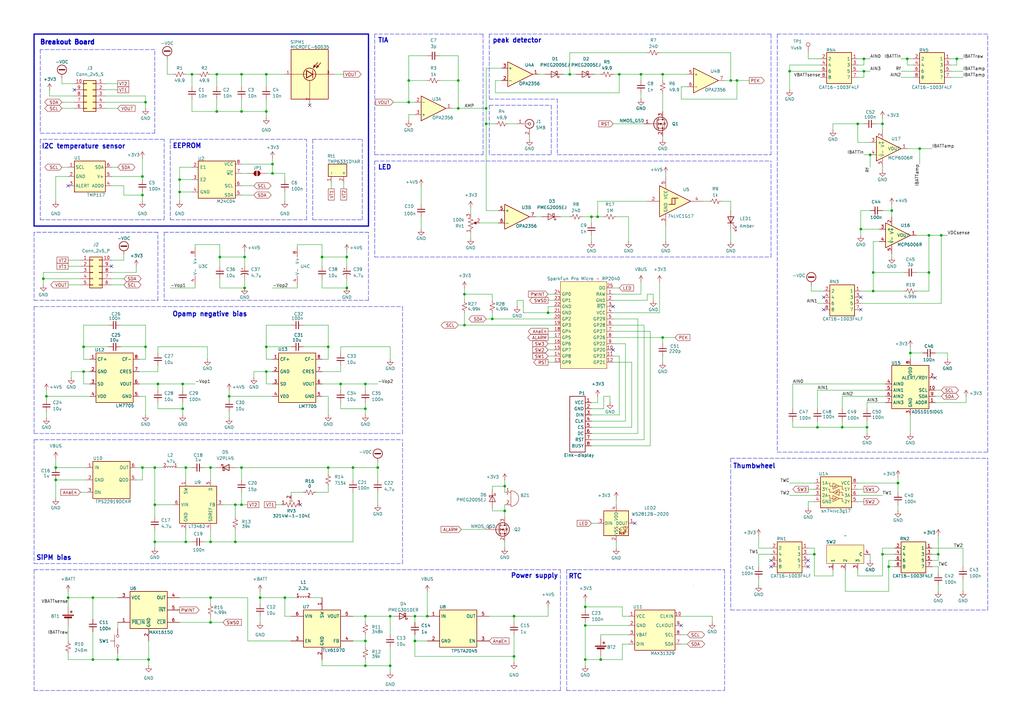
<source format=kicad_sch>
(kicad_sch (version 20231120) (generator "eeschema") (generator_version "8.0")
  (paper "A3")
  (title_block (title "OMiGaS main schematics") (date "2024-07-17") (rev "v3.3.1") (comment 2 "Author: GXT") (comment 3 "Open Miniature Gamma Spectrometer") (comment 4 "OMiGaS Rev 3"))
  (junction (at 99.06 30.48))
  (junction (at 245.11 88.9))
  (junction (at 90.17 105.41))
  (junction (at 132.08 105.41))
  (junction (at 373.38 144.78))
  (junction (at 59.69 142.24))
  (junction (at 144.78 191.77))
  (junction (at 353.06 93.98))
  (junction (at 160.02 273.05))
  (junction (at 167.64 41.91))
  (junction (at 76.2 191.77))
  (junction (at 22.86 196.85))
  (junction (at 17.78 114.3))
  (junction (at 190.5 133.35))
  (junction (at 27.94 245.11))
  (junction (at 299.72 33.02))
  (junction (at 38.1 270.51))
  (junction (at 99.06 207.01))
  (junction (at 377.19 60.96))
  (junction (at 73.66 78.74))
  (junction (at 116.84 245.11))
  (junction (at 246.38 270.51))
  (junction (at 199.39 44.45))
  (junction (at 142.24 118.11))
  (junction (at 111.76 67.31))
  (junction (at 361.95 227.33))
  (junction (at 233.68 30.48))
  (junction (at 175.26 252.73))
  (junction (at 187.96 33.02))
  (junction (at 88.9 30.48))
  (junction (at 262.89 30.48))
  (junction (at 74.93 157.48))
  (junction (at 356.87 63.5))
  (junction (at 351.79 50.8))
  (junction (at 358.14 111.76))
  (junction (at 48.26 270.51))
  (junction (at 361.95 50.8))
  (junction (at 240.03 248.92))
  (junction (at 86.36 222.25))
  (junction (at 109.22 45.72))
  (junction (at 254 30.48))
  (junction (at 134.62 142.24))
  (junction (at 271.78 138.43))
  (junction (at 60.96 270.51))
  (junction (at 59.69 41.91))
  (junction (at 34.29 142.24))
  (junction (at 302.26 33.02))
  (junction (at 58.42 191.77))
  (junction (at 381 111.76))
  (junction (at 64.77 157.48))
  (junction (at 190.5 120.65))
  (junction (at 365.76 86.36))
  (junction (at 201.93 130.81))
  (junction (at 96.52 207.01))
  (junction (at 372.11 24.13))
  (junction (at 242.57 88.9))
  (junction (at 139.7 157.48))
  (junction (at 86.36 245.11))
  (junction (at 240.03 256.54))
  (junction (at 210.82 252.73))
  (junction (at 381 96.52))
  (junction (at 73.66 73.66))
  (junction (at 210.82 269.24))
  (junction (at 384.81 227.33))
  (junction (at 149.86 273.05))
  (junction (at 167.64 33.02))
  (junction (at 34.29 152.4))
  (junction (at 63.5 222.25))
  (junction (at 392.43 24.13))
  (junction (at 170.18 262.89))
  (junction (at 154.94 191.77))
  (junction (at 74.93 167.64))
  (junction (at 149.86 157.48))
  (junction (at 109.22 152.4))
  (junction (at 99.06 45.72))
  (junction (at 355.6 175.26))
  (junction (at 271.78 30.48))
  (junction (at 38.1 245.11))
  (junction (at 207.01 199.39))
  (junction (at 88.9 45.72))
  (junction (at 160.02 252.73))
  (junction (at 100.33 105.41))
  (junction (at 240.03 270.51))
  (junction (at 334.01 227.33))
  (junction (at 134.62 191.77))
  (junction (at 63.5 207.01))
  (junction (at 109.22 30.48))
  (junction (at 364.49 232.41))
  (junction (at 358.14 119.38))
  (junction (at 109.22 142.24))
  (junction (at 19.05 162.56))
  (junction (at 78.74 30.48))
  (junction (at 58.42 80.01))
  (junction (at 149.86 252.73))
  (junction (at 99.06 191.77))
  (junction (at 149.86 167.64))
  (junction (at 100.33 118.11))
  (junction (at 345.44 175.26))
  (junction (at 76.2 222.25))
  (junction (at 323.85 29.21))
  (junction (at 111.76 71.12))
  (junction (at 207.01 209.55))
  (junction (at 386.08 96.52))
  (junction (at 22.86 191.77))
  (junction (at 58.42 72.39))
  (junction (at 106.68 245.11))
  (junction (at 86.36 255.27))
  (junction (at 142.24 105.41))
  (junction (at 224.79 128.27))
  (junction (at 199.39 50.8))
  (junction (at 63.5 191.77))
  (junction (at 86.36 191.77))
  (junction (at 354.33 29.21))
  (junction (at 93.98 162.56))
  (junction (at 368.3 198.12))
  (junction (at 354.33 24.13))
  (junction (at 335.28 175.26))
  (junction (at 96.52 222.25))
  (junction (at 187.96 44.45))
  (junction (at 149.86 262.89))
  (junction (at 170.18 252.73))
  (no_connect (at 127 43.18))
  (no_connect (at 331.47 229.87))
  (no_connect (at 251.46 143.51))
  (no_connect (at 260.35 214.63))
  (no_connect (at 45.72 109.22))
  (no_connect (at 337.82 121.92))
  (no_connect (at 123.19 207.01))
  (no_connect (at 27.94 76.2))
  (no_connect (at 279.4 256.54))
  (no_connect (at 316.23 232.41))
  (no_connect (at 316.23 229.87))
  (no_connect (at 353.06 127))
  (no_connect (at 251.46 125.73))
  (no_connect (at 331.47 232.41))
  (no_connect (at 383.54 154.94))
  (no_connect (at 30.48 36.83))
  (no_connect (at 353.06 121.92))
  (no_connect (at 337.82 127))
  (wire (pts (xy 335.28 175.26) (xy 345.44 175.26)))
  (wire (pts (xy 58.42 72.39) (xy 58.42 64.77)))
  (wire (pts (xy 369.57 31.75) (xy 374.65 31.75)))
  (polyline (pts (xy 13.97 233.68) (xy 229.87 233.68)) (stroke (width 0) (type dash)))
  (wire (pts (xy 351.79 50.8) (xy 351.79 58.42)))
  (wire (pts (xy 351.79 24.13) (xy 354.33 24.13)))
  (wire (pts (xy 254 38.1) (xy 254 30.48)))
  (wire (pts (xy 121.92 100.33) (xy 132.08 100.33)))
  (polyline (pts (xy 200.66 43.18) (xy 200.66 63.5)) (stroke (width 0) (type dash)))
  (wire (pts (xy 246.38 269.24) (xy 246.38 270.51)))
  (wire (pts (xy 85.09 147.32) (xy 85.09 142.24)))
  (wire (pts (xy 351.79 29.21) (xy 354.33 29.21)))
  (wire (pts (xy 346.71 242.57) (xy 364.49 242.57)))
  (wire (pts (xy 394.97 224.79) (xy 394.97 232.41)))
  (wire (pts (xy 149.86 260.35) (xy 149.86 262.89)))
  (wire (pts (xy 271.78 38.1) (xy 271.78 45.72)))
  (wire (pts (xy 160.02 252.73) (xy 160.02 260.35)))
  (wire (pts (xy 27.94 116.84) (xy 33.02 116.84)))
  (wire (pts (xy 86.36 222.25) (xy 96.52 222.25)))
  (wire (pts (xy 144.78 222.25) (xy 96.52 222.25)))
  (wire (pts (xy 161.29 41.91) (xy 167.64 41.91)))
  (polyline (pts (xy 13.97 180.34) (xy 13.97 231.14)) (stroke (width 0) (type dash)))
  (wire (pts (xy 27.94 267.97) (xy 27.94 270.51)))
  (wire (pts (xy 255.27 264.16) (xy 257.81 264.16)))
  (wire (pts (xy 170.18 262.89) (xy 175.26 262.89)))
  (wire (pts (xy 22.86 187.96) (xy 22.86 191.77)))
  (wire (pts (xy 161.29 252.73) (xy 160.02 252.73)))
  (wire (pts (xy 78.74 35.56) (xy 78.74 30.48)))
  (wire (pts (xy 354.33 63.5) (xy 356.87 63.5)))
  (wire (pts (xy 331.47 24.13) (xy 336.55 24.13)))
  (wire (pts (xy 361.95 224.79) (xy 361.95 227.33)))
  (wire (pts (xy 22.86 196.85) (xy 35.56 196.85)))
  (wire (pts (xy 373.38 144.78) (xy 373.38 147.32)))
  (polyline (pts (xy 405.13 185.42) (xy 405.13 13.97)) (stroke (width 0) (type dash)))
  (polyline (pts (xy 13.97 13.97) (xy 13.97 92.71)) (stroke (width 0.508) (type solid)))
  (polyline (pts (xy 125.73 90.17) (xy 125.73 57.15)) (stroke (width 0) (type dash)))
  (wire (pts (xy 63.5 222.25) (xy 76.2 222.25)))
  (wire (pts (xy 243.84 30.48) (xy 246.38 30.48)))
  (wire (pts (xy 354.33 50.8) (xy 351.79 50.8)))
  (wire (pts (xy 78.74 222.25) (xy 76.2 222.25)))
  (polyline (pts (xy 148.59 90.17) (xy 148.59 57.15)) (stroke (width 0) (type dash)))
  (wire (pts (xy 254 146.05) (xy 251.46 146.05)))
  (polyline (pts (xy 13.97 233.68) (xy 13.97 283.21)) (stroke (width 0) (type dash)))
  (wire (pts (xy 242.57 177.8) (xy 261.62 177.8)))
  (wire (pts (xy 377.19 60.96) (xy 382.27 60.96)))
  (wire (pts (xy 19.05 168.91) (xy 19.05 171.45)))
  (wire (pts (xy 58.42 191.77) (xy 55.88 191.77)))
  (wire (pts (xy 34.29 142.24) (xy 44.45 142.24)))
  (polyline (pts (xy 67.31 95.25) (xy 67.31 123.19)) (stroke (width 0) (type dash)))
  (wire (pts (xy 55.88 111.76) (xy 45.72 111.76)))
  (wire (pts (xy 354.33 24.13) (xy 356.87 24.13)))
  (wire (pts (xy 354.33 29.21) (xy 354.33 31.75)))
  (wire (pts (xy 199.39 50.8) (xy 199.39 86.36)))
  (polyline (pts (xy 228.6 40.64) (xy 228.6 63.5)) (stroke (width 0) (type dash)))
  (polyline (pts (xy 200.66 40.64) (xy 228.6 40.64)) (stroke (width 0) (type dash)))
  (wire (pts (xy 240.03 256.54) (xy 257.81 256.54)))
  (wire (pts (xy 74.93 157.48) (xy 80.01 157.48)))
  (wire (pts (xy 167.64 41.91) (xy 170.18 41.91)))
  (wire (pts (xy 90.17 105.41) (xy 90.17 100.33)))
  (polyline (pts (xy 13.97 13.97) (xy 151.13 13.97)) (stroke (width 0.508) (type solid)))
  (wire (pts (xy 187.96 22.86) (xy 187.96 33.02)))
  (wire (pts (xy 76.2 196.85) (xy 76.2 191.77)))
  (wire (pts (xy 121.92 116.84) (xy 121.92 118.11)))
  (wire (pts (xy 34.29 157.48) (xy 36.83 157.48)))
  (wire (pts (xy 382.27 232.41) (xy 384.81 232.41)))
  (wire (pts (xy 325.12 157.48) (xy 325.12 167.64)))
  (wire (pts (xy 43.18 41.91) (xy 59.69 41.91)))
  (polyline (pts (xy 69.85 90.17) (xy 125.73 90.17)) (stroke (width 0) (type dash)))
  (wire (pts (xy 224.79 138.43) (xy 227.33 138.43)))
  (wire (pts (xy 124.46 142.24) (xy 134.62 142.24)))
  (wire (pts (xy 144.78 191.77) (xy 144.78 196.85)))
  (wire (pts (xy 382.27 227.33) (xy 384.81 227.33)))
  (wire (pts (xy 334.01 224.79) (xy 334.01 227.33)))
  (wire (pts (xy 100.33 105.41) (xy 100.33 109.22)))
  (wire (pts (xy 369.57 29.21) (xy 374.65 29.21)))
  (wire (pts (xy 377.19 60.96) (xy 377.19 67.31)))
  (polyline (pts (xy 318.77 13.97) (xy 405.13 13.97)) (stroke (width 0) (type dash)))
  (wire (pts (xy 57.15 162.56) (xy 59.69 162.56)))
  (wire (pts (xy 224.79 146.05) (xy 227.33 146.05)))
  (wire (pts (xy 335.28 172.72) (xy 335.28 175.26)))
  (wire (pts (xy 288.29 82.55) (xy 290.83 82.55)))
  (wire (pts (xy 44.45 133.35) (xy 34.29 133.35)))
  (wire (pts (xy 325.12 175.26) (xy 335.28 175.26)))
  (polyline (pts (xy 198.12 13.97) (xy 153.67 13.97)) (stroke (width 0) (type dash)))
  (wire (pts (xy 99.06 67.31) (xy 111.76 67.31)))
  (wire (pts (xy 27.94 109.22) (xy 33.02 109.22)))
  (wire (pts (xy 238.76 88.9) (xy 242.57 88.9)))
  (wire (pts (xy 242.57 167.64) (xy 247.65 167.64)))
  (wire (pts (xy 49.53 133.35) (xy 59.69 133.35)))
  (polyline (pts (xy 13.97 180.34) (xy 165.1 180.34)) (stroke (width 0) (type dash)))
  (wire (pts (xy 373.38 170.18) (xy 373.38 177.8)))
  (wire (pts (xy 101.6 262.89) (xy 119.38 262.89)))
  (polyline (pts (xy 226.06 63.5) (xy 200.66 63.5)) (stroke (width 0) (type dash)))
  (wire (pts (xy 331.47 21.59) (xy 331.47 24.13)))
  (wire (pts (xy 116.84 78.74) (xy 116.84 82.55)))
  (wire (pts (xy 172.72 76.2) (xy 172.72 83.82)))
  (wire (pts (xy 355.6 165.1) (xy 355.6 167.64)))
  (wire (pts (xy 45.72 116.84) (xy 50.8 116.84)))
  (wire (pts (xy 96.52 217.17) (xy 96.52 222.25)))
  (wire (pts (xy 116.84 73.66) (xy 116.84 71.12)))
  (wire (pts (xy 392.43 24.13) (xy 394.97 24.13)))
  (wire (pts (xy 90.17 105.41) (xy 90.17 109.22)))
  (wire (pts (xy 19.05 163.83) (xy 19.05 162.56)))
  (wire (pts (xy 167.64 46.99) (xy 170.18 46.99)))
  (wire (pts (xy 271.78 138.43) (xy 271.78 140.97)))
  (wire (pts (xy 134.62 194.31) (xy 134.62 191.77)))
  (wire (pts (xy 383.54 160.02) (xy 386.08 160.02)))
  (wire (pts (xy 259.08 148.59) (xy 251.46 148.59)))
  (wire (pts (xy 63.5 217.17) (xy 63.5 222.25)))
  (wire (pts (xy 99.06 207.01) (xy 101.6 207.01)))
  (wire (pts (xy 251.46 138.43) (xy 271.78 138.43)))
  (wire (pts (xy 264.16 133.35) (xy 251.46 133.35)))
  (wire (pts (xy 368.3 207.01) (xy 368.3 209.55)))
  (wire (pts (xy 170.18 262.89) (xy 170.18 260.35)))
  (wire (pts (xy 200.66 252.73) (xy 210.82 252.73)))
  (wire (pts (xy 43.18 34.29) (xy 48.26 34.29)))
  (wire (pts (xy 116.84 252.73) (xy 119.38 252.73)))
  (wire (pts (xy 74.93 167.64) (xy 74.93 170.18)))
  (wire (pts (xy 351.79 58.42) (xy 356.87 58.42)))
  (wire (pts (xy 109.22 157.48) (xy 111.76 157.48)))
  (wire (pts (xy 358.14 99.06) (xy 360.68 99.06)))
  (wire (pts (xy 396.24 165.1) (xy 396.24 162.56)))
  (wire (pts (xy 345.44 162.56) (xy 345.44 167.64)))
  (wire (pts (xy 180.34 22.86) (xy 187.96 22.86)))
  (wire (pts (xy 38.1 270.51) (xy 48.26 270.51)))
  (wire (pts (xy 353.06 96.52) (xy 353.06 93.98)))
  (wire (pts (xy 132.08 157.48) (xy 139.7 157.48)))
  (wire (pts (xy 240.03 248.92) (xy 240.03 250.19)))
  (wire (pts (xy 220.98 30.48) (xy 223.52 30.48)))
  (wire (pts (xy 132.08 105.41) (xy 132.08 109.22)))
  (wire (pts (xy 149.86 157.48) (xy 154.94 157.48)))
  (wire (pts (xy 38.1 259.08) (xy 38.1 270.51)))
  (wire (pts (xy 106.68 245.11) (xy 116.84 245.11)))
  (polyline (pts (xy 284.48 240.03) (xy 284.48 240.03)) (stroke (width 0) (type dash)))
  (polyline (pts (xy 13.97 231.14) (xy 165.1 231.14)) (stroke (width 0) (type dash)))
  (wire (pts (xy 262.89 120.65) (xy 262.89 115.57)))
  (wire (pts (xy 64.77 157.48) (xy 74.93 157.48)))
  (wire (pts (xy 93.98 162.56) (xy 111.76 162.56)))
  (wire (pts (xy 351.79 198.12) (xy 368.3 198.12)))
  (polyline (pts (xy 16.51 54.61) (xy 63.5 54.61)) (stroke (width 0) (type dash)))
  (wire (pts (xy 353.06 86.36) (xy 353.06 93.98)))
  (wire (pts (xy 121.92 245.11) (xy 116.84 245.11)))
  (wire (pts (xy 365.76 104.14) (xy 365.76 105.41)))
  (wire (pts (xy 240.03 255.27) (xy 240.03 256.54)))
  (wire (pts (xy 279.4 264.16) (xy 281.94 264.16)))
  (wire (pts (xy 334.01 224.79) (xy 331.47 224.79)))
  (wire (pts (xy 144.78 252.73) (xy 149.86 252.73)))
  (wire (pts (xy 381 111.76) (xy 375.92 111.76)))
  (wire (pts (xy 88.9 35.56) (xy 88.9 30.48)))
  (wire (pts (xy 368.3 198.12) (xy 368.3 201.93)))
  (wire (pts (xy 170.18 269.24) (xy 170.18 262.89)))
  (wire (pts (xy 224.79 125.73) (xy 227.33 125.73)))
  (wire (pts (xy 22.86 196.85) (xy 22.86 204.47)))
  (wire (pts (xy 255.27 270.51) (xy 246.38 270.51)))
  (wire (pts (xy 224.79 135.89) (xy 227.33 135.89)))
  (wire (pts (xy 299.72 33.02) (xy 302.26 33.02)))
  (wire (pts (xy 389.89 24.13) (xy 392.43 24.13)))
  (wire (pts (xy 224.79 248.92) (xy 224.79 252.73)))
  (wire (pts (xy 279.4 40.64) (xy 302.26 40.64)))
  (wire (pts (xy 196.85 91.44) (xy 204.47 91.44)))
  (wire (pts (xy 29.21 152.4) (xy 34.29 152.4)))
  (wire (pts (xy 69.85 118.11) (xy 80.01 118.11)))
  (wire (pts (xy 365.76 83.82) (xy 365.76 86.36)))
  (wire (pts (xy 264.16 133.35) (xy 264.16 180.34)))
  (wire (pts (xy 323.85 26.67) (xy 323.85 29.21)))
  (polyline (pts (xy 13.97 123.19) (xy 64.77 123.19)) (stroke (width 0) (type dash)))
  (wire (pts (xy 389.89 26.67) (xy 392.43 26.67)))
  (wire (pts (xy 57.15 157.48) (xy 64.77 157.48)))
  (wire (pts (xy 139.7 152.4) (xy 139.7 149.86)))
  (wire (pts (xy 251.46 135.89) (xy 266.7 135.89)))
  (wire (pts (xy 203.2 38.1) (xy 203.2 33.02)))
  (wire (pts (xy 201.93 130.81) (xy 227.33 130.81)))
  (wire (pts (xy 187.96 44.45) (xy 199.39 44.45)))
  (wire (pts (xy 334.01 227.33) (xy 334.01 236.22)))
  (wire (pts (xy 60.96 270.51) (xy 60.96 273.05)))
  (wire (pts (xy 34.29 152.4) (xy 34.29 157.48)))
  (wire (pts (xy 64.77 157.48) (xy 64.77 160.02)))
  (wire (pts (xy 217.17 55.88) (xy 217.17 57.15)))
  (wire (pts (xy 224.79 123.19) (xy 227.33 123.19)))
  (wire (pts (xy 38.1 245.11) (xy 38.1 254)))
  (wire (pts (xy 265.43 123.19) (xy 265.43 120.65)))
  (wire (pts (xy 71.12 207.01) (xy 63.5 207.01)))
  (polyline (pts (xy 316.23 13.97) (xy 200.66 13.97)) (stroke (width 0) (type dash)))
  (wire (pts (xy 251.46 30.48) (xy 254 30.48)))
  (wire (pts (xy 139.7 167.64) (xy 149.86 167.64)))
  (wire (pts (xy 64.77 142.24) (xy 85.09 142.24)))
  (wire (pts (xy 252.73 88.9) (xy 257.81 88.9)))
  (polyline (pts (xy 13.97 125.73) (xy 13.97 177.8)) (stroke (width 0) (type dash)))
  (wire (pts (xy 109.22 142.24) (xy 119.38 142.24)))
  (polyline (pts (xy 297.18 283.21) (xy 297.18 233.68)) (stroke (width 0) (type dash)))
  (wire (pts (xy 48.26 270.51) (xy 60.96 270.51)))
  (wire (pts (xy 86.36 255.27) (xy 86.36 252.73)))
  (wire (pts (xy 214.63 128.27) (xy 214.63 123.19)))
  (wire (pts (xy 154.94 191.77) (xy 154.94 189.23)))
  (wire (pts (xy 144.78 262.89) (xy 149.86 262.89)))
  (wire (pts (xy 332.74 116.84) (xy 332.74 119.38)))
  (wire (pts (xy 90.17 105.41) (xy 100.33 105.41)))
  (wire (pts (xy 354.33 24.13) (xy 354.33 26.67)))
  (wire (pts (xy 311.15 237.49) (xy 311.15 240.03)))
  (wire (pts (xy 341.63 50.8) (xy 341.63 53.34)))
  (wire (pts (xy 242.57 88.9) (xy 242.57 91.44)))
  (wire (pts (xy 367.03 224.79) (xy 361.95 224.79)))
  (wire (pts (xy 106.68 242.57) (xy 106.68 245.11)))
  (wire (pts (xy 100.33 102.87) (xy 100.33 105.41)))
  (polyline (pts (xy 63.5 20.32) (xy 16.51 20.32)) (stroke (width 0) (type dash)))
  (wire (pts (xy 160.02 147.32) (xy 160.02 142.24)))
  (wire (pts (xy 55.88 109.22) (xy 55.88 111.76)))
  (polyline (pts (xy 128.27 90.17) (xy 148.59 90.17)) (stroke (width 0) (type dash)))
  (wire (pts (xy 219.71 88.9) (xy 222.25 88.9)))
  (wire (pts (xy 224.79 140.97) (xy 227.33 140.97)))
  (wire (pts (xy 210.82 252.73) (xy 224.79 252.73)))
  (wire (pts (xy 261.62 130.81) (xy 261.62 177.8)))
  (wire (pts (xy 99.06 45.72) (xy 99.06 40.64)))
  (wire (pts (xy 64.77 144.78) (xy 64.77 142.24)))
  (polyline (pts (xy 128.27 57.15) (xy 148.59 57.15)) (stroke (width 0) (type dash)))
  (wire (pts (xy 375.92 119.38) (xy 381 119.38)))
  (polyline (pts (xy 316.23 13.97) (xy 316.23 63.5)) (stroke (width 0) (type dash)))
  (wire (pts (xy 334.01 236.22) (xy 341.63 236.22)))
  (wire (pts (xy 167.64 33.02) (xy 175.26 33.02)))
  (wire (pts (xy 199.39 27.94) (xy 199.39 44.45)))
  (wire (pts (xy 55.88 196.85) (xy 58.42 196.85)))
  (wire (pts (xy 167.64 33.02) (xy 167.64 41.91)))
  (wire (pts (xy 381 111.76) (xy 381 119.38)))
  (wire (pts (xy 43.18 44.45) (xy 48.26 44.45)))
  (wire (pts (xy 34.29 142.24) (xy 34.29 147.32)))
  (wire (pts (xy 351.79 31.75) (xy 354.33 31.75)))
  (wire (pts (xy 199.39 27.94) (xy 205.74 27.94)))
  (polyline (pts (xy 13.97 95.25) (xy 13.97 123.19)) (stroke (width 0) (type dash)))
  (wire (pts (xy 88.9 45.72) (xy 99.06 45.72)))
  (wire (pts (xy 99.06 80.01) (xy 104.14 80.01)))
  (wire (pts (xy 134.62 191.77) (xy 144.78 191.77)))
  (wire (pts (xy 90.17 114.3) (xy 90.17 118.11)))
  (wire (pts (xy 96.52 207.01) (xy 99.06 207.01)))
  (wire (pts (xy 86.36 217.17) (xy 86.36 222.25)))
  (wire (pts (xy 64.77 165.1) (xy 64.77 167.64)))
  (wire (pts (xy 132.08 152.4) (xy 139.7 152.4)))
  (wire (pts (xy 50.8 80.01) (xy 58.42 80.01)))
  (wire (pts (xy 180.34 33.02) (xy 187.96 33.02)))
  (wire (pts (xy 45.72 106.68) (xy 50.8 106.68)))
  (wire (pts (xy 25.4 44.45) (xy 30.48 44.45)))
  (wire (pts (xy 144.78 201.93) (xy 144.78 222.25)))
  (wire (pts (xy 273.05 71.12) (xy 273.05 72.39)))
  (wire (pts (xy 111.76 64.77) (xy 111.76 67.31)))
  (wire (pts (xy 355.6 165.1) (xy 363.22 165.1)))
  (wire (pts (xy 86.36 255.27) (xy 91.44 255.27)))
  (wire (pts (xy 132.08 100.33) (xy 132.08 105.41)))
  (wire (pts (xy 372.11 26.67) (xy 372.11 24.13)))
  (wire (pts (xy 311.15 219.71) (xy 311.15 224.79)))
  (wire (pts (xy 382.27 229.87) (xy 384.81 229.87)))
  (wire (pts (xy 388.62 144.78) (xy 388.62 147.32)))
  (polyline (pts (xy 165.1 177.8) (xy 165.1 125.73)) (stroke (width 0) (type dash)))
  (wire (pts (xy 88.9 45.72) (xy 88.9 40.64)))
  (wire (pts (xy 93.98 168.91) (xy 93.98 171.45)))
  (wire (pts (xy 386.08 96.52) (xy 388.62 96.52)))
  (polyline (pts (xy 200.66 43.18) (xy 226.06 43.18)) (stroke (width 0) (type dash)))
  (wire (pts (xy 58.42 80.01) (xy 58.42 82.55)))
  (wire (pts (xy 142.24 114.3) (xy 142.24 118.11)))
  (wire (pts (xy 99.06 201.93) (xy 99.06 207.01)))
  (wire (pts (xy 299.72 93.98) (xy 299.72 99.06)))
  (polyline (pts (xy 318.77 185.42) (xy 405.13 185.42)) (stroke (width 0) (type dash)))
  (wire (pts (xy 375.92 96.52) (xy 381 96.52)))
  (wire (pts (xy 144.78 191.77) (xy 154.94 191.77)))
  (wire (pts (xy 104.14 154.94) (xy 104.14 152.4)))
  (wire (pts (xy 170.18 252.73) (xy 170.18 255.27)))
  (wire (pts (xy 149.86 270.51) (xy 149.86 273.05)))
  (wire (pts (xy 299.72 82.55) (xy 295.91 82.55)))
  (wire (pts (xy 132.08 118.11) (xy 142.24 118.11)))
  (wire (pts (xy 265.43 21.59) (xy 233.68 21.59)))
  (wire (pts (xy 207.01 207.01) (xy 207.01 209.55)))
  (wire (pts (xy 142.24 102.87) (xy 142.24 105.41)))
  (wire (pts (xy 231.14 30.48) (xy 233.68 30.48)))
  (wire (pts (xy 124.46 133.35) (xy 134.62 133.35)))
  (wire (pts (xy 17.78 114.3) (xy 33.02 114.3)))
  (wire (pts (xy 335.28 160.02) (xy 363.22 160.02)))
  (wire (pts (xy 73.66 78.74) (xy 78.74 78.74)))
  (wire (pts (xy 199.39 44.45) (xy 199.39 50.8)))
  (wire (pts (xy 91.44 207.01) (xy 96.52 207.01)))
  (wire (pts (xy 250.19 162.56) (xy 250.19 165.1)))
  (wire (pts (xy 210.82 260.35) (xy 210.82 269.24)))
  (wire (pts (xy 207.01 196.85) (xy 207.01 199.39)))
  (polyline (pts (xy 16.51 20.32) (xy 16.51 54.61)) (stroke (width 0) (type dash)))
  (wire (pts (xy 27.94 242.57) (xy 27.94 245.11)))
  (wire (pts (xy 93.98 160.02) (xy 93.98 162.56)))
  (wire (pts (xy 240.03 270.51) (xy 246.38 270.51)))
  (wire (pts (xy 358.14 111.76) (xy 358.14 119.38)))
  (wire (pts (xy 134.62 142.24) (xy 134.62 147.32)))
  (polyline (pts (xy 200.66 13.97) (xy 200.66 40.64)) (stroke (width 0) (type dash)))
  (polyline (pts (xy 226.06 43.18) (xy 226.06 63.5)) (stroke (width 0) (type dash)))
  (wire (pts (xy 193.04 95.25) (xy 193.04 97.79)))
  (wire (pts (xy 99.06 35.56) (xy 99.06 30.48)))
  (wire (pts (xy 76.2 217.17) (xy 76.2 222.25)))
  (wire (pts (xy 240.03 246.38) (xy 240.03 248.92)))
  (polyline (pts (xy 153.67 105.41) (xy 316.23 105.41)) (stroke (width 0) (type dash)))
  (wire (pts (xy 189.23 217.17) (xy 199.39 217.17)))
  (wire (pts (xy 361.95 68.58) (xy 361.95 69.85)))
  (wire (pts (xy 86.36 245.11) (xy 101.6 245.11)))
  (wire (pts (xy 68.58 24.13) (xy 68.58 30.48)))
  (wire (pts (xy 149.86 167.64) (xy 149.86 170.18)))
  (wire (pts (xy 345.44 175.26) (xy 355.6 175.26)))
  (wire (pts (xy 27.94 245.11) (xy 38.1 245.11)))
  (wire (pts (xy 373.38 142.24) (xy 373.38 144.78)))
  (wire (pts (xy 354.33 29.21) (xy 356.87 29.21)))
  (wire (pts (xy 63.5 207.01) (xy 63.5 212.09)))
  (wire (pts (xy 361.95 86.36) (xy 365.76 86.36)))
  (wire (pts (xy 335.28 160.02) (xy 335.28 167.64)))
  (wire (pts (xy 201.93 128.27) (xy 201.93 130.81)))
  (wire (pts (xy 240.03 256.54) (xy 240.03 270.51)))
  (wire (pts (xy 149.86 157.48) (xy 149.86 160.02)))
  (wire (pts (xy 372.11 24.13) (xy 374.65 24.13)))
  (wire (pts (xy 361.95 48.26) (xy 361.95 50.8)))
  (polyline (pts (xy 229.87 283.21) (xy 229.87 233.68)) (stroke (width 0) (type dash)))
  (wire (pts (xy 302.26 40.64) (xy 302.26 33.02)))
  (wire (pts (xy 30.48 39.37) (xy 20.32 39.37)))
  (wire (pts (xy 227.33 128.27) (xy 224.79 128.27)))
  (polyline (pts (xy 165.1 231.14) (xy 165.1 180.34)) (stroke (width 0) (type dash)))
  (wire (pts (xy 207.01 199.39) (xy 207.01 201.93)))
  (wire (pts (xy 142.24 105.41) (xy 142.24 109.22)))
  (wire (pts (xy 224.79 128.27) (xy 214.63 128.27)))
  (wire (pts (xy 214.63 123.19) (xy 212.09 123.19)))
  (wire (pts (xy 271.78 30.48) (xy 281.94 30.48)))
  (wire (pts (xy 160.02 273.05) (xy 149.86 273.05)))
  (wire (pts (xy 104.14 152.4) (xy 109.22 152.4)))
  (wire (pts (xy 132.08 105.41) (xy 142.24 105.41)))
  (wire (pts (xy 45.72 68.58) (xy 48.26 68.58)))
  (wire (pts (xy 252.73 222.25) (xy 252.73 224.79)))
  (wire (pts (xy 57.15 147.32) (xy 59.69 147.32)))
  (wire (pts (xy 20.32 39.37) (xy 20.32 36.83)))
  (wire (pts (xy 96.52 191.77) (xy 99.06 191.77)))
  (wire (pts (xy 233.68 21.59) (xy 233.68 30.48)))
  (wire (pts (xy 132.08 147.32) (xy 134.62 147.32)))
  (wire (pts (xy 292.1 252.73) (xy 279.4 252.73)))
  (wire (pts (xy 86.36 191.77) (xy 88.9 191.77)))
  (polyline (pts (xy 13.97 125.73) (xy 165.1 125.73)) (stroke (width 0) (type dash)))
  (polyline (pts (xy 64.77 123.19) (xy 64.77 95.25)) (stroke (width 0) (type dash)))
  (wire (pts (xy 254 170.18) (xy 254 146.05)))
  (wire (pts (xy 99.06 30.48) (xy 109.22 30.48)))
  (wire (pts (xy 86.36 30.48) (xy 88.9 30.48)))
  (wire (pts (xy 88.9 30.48) (xy 99.06 30.48)))
  (wire (pts (xy 335.28 124.46) (xy 337.82 124.46)))
  (wire (pts (xy 255.27 264.16) (xy 255.27 270.51)))
  (wire (pts (xy 134.62 162.56) (xy 134.62 170.18)))
  (wire (pts (xy 372.11 60.96) (xy 377.19 60.96)))
  (wire (pts (xy 63.5 222.25) (xy 63.5 224.79)))
  (wire (pts (xy 355.6 172.72) (xy 355.6 175.26)))
  (wire (pts (xy 265.43 120.65) (xy 267.97 120.65)))
  (wire (pts (xy 383.54 165.1) (xy 396.24 165.1)))
  (wire (pts (xy 384.81 219.71) (xy 384.81 227.33)))
  (wire (pts (xy 201.93 209.55) (xy 201.93 208.28)))
  (wire (pts (xy 121.92 100.33) (xy 121.92 101.6)))
  (wire (pts (xy 370.84 111.76) (xy 358.14 111.76)))
  (wire (pts (xy 246.38 261.62) (xy 246.38 260.35)))
  (wire (pts (xy 365.76 86.36) (xy 365.76 88.9)))
  (wire (pts (xy 106.68 252.73) (xy 106.68 255.27)))
  (polyline (pts (xy 69.85 57.15) (xy 69.85 90.17)) (stroke (width 0) (type dash)))
  (wire (pts (xy 389.89 29.21) (xy 394.97 29.21)))
  (wire (pts (xy 266.7 135.89) (xy 266.7 182.88)))
  (wire (pts (xy 175.26 242.57) (xy 175.26 252.73)))
  (wire (pts (xy 374.65 26.67) (xy 372.11 26.67)))
  (wire (pts (xy 279.4 260.35) (xy 281.94 260.35)))
  (wire (pts (xy 139.7 142.24) (xy 160.02 142.24)))
  (wire (pts (xy 341.63 50.8) (xy 351.79 50.8)))
  (wire (pts (xy 255.27 248.92) (xy 255.27 252.73)))
  (wire (pts (xy 100.33 114.3) (xy 100.33 118.11)))
  (wire (pts (xy 111.76 67.31) (xy 111.76 71.12)))
  (wire (pts (xy 109.22 45.72) (xy 109.22 48.26)))
  (wire (pts (xy 80.01 100.33) (xy 80.01 101.6)))
  (wire (pts (xy 73.66 73.66) (xy 73.66 78.74)))
  (wire (pts (xy 229.87 88.9) (xy 233.68 88.9)))
  (wire (pts (xy 170.18 252.73) (xy 175.26 252.73)))
  (wire (pts (xy 240.03 270.51) (xy 240.03 273.05)))
  (wire (pts (xy 127 245.11) (xy 132.08 245.11)))
  (wire (pts (xy 251.46 120.65) (xy 262.89 120.65)))
  (wire (pts (xy 68.58 30.48) (xy 71.12 30.48)))
  (wire (pts (xy 332.74 119.38) (xy 337.82 119.38)))
  (wire (pts (xy 199.39 86.36) (xy 204.47 86.36)))
  (wire (pts (xy 356.87 86.36) (xy 353.06 86.36)))
  (wire (pts (xy 383.54 144.78) (xy 388.62 144.78)))
  (wire (pts (xy 279.4 35.56) (xy 279.4 40.64)))
  (wire (pts (xy 271.78 30.48) (xy 271.78 33.02)))
  (wire (pts (xy 86.36 191.77) (xy 86.36 196.85)))
  (wire (pts (xy 73.66 82.55) (xy 73.66 78.74)))
  (wire (pts (xy 224.79 120.65) (xy 227.33 120.65)))
  (wire (pts (xy 356.87 227.33) (xy 356.87 229.87)))
  (wire (pts (xy 254 30.48) (xy 262.89 30.48)))
  (wire (pts (xy 50.8 76.2) (xy 50.8 80.01)))
  (wire (pts (xy 346.71 233.68) (xy 346.71 242.57)))
  (wire (pts (xy 116.84 245.11) (xy 116.84 252.73)))
  (wire (pts (xy 361.95 50.8) (xy 361.95 53.34)))
  (wire (pts (xy 381 96.52) (xy 381 111.76)))
  (wire (pts (xy 49.53 142.24) (xy 59.69 142.24)))
  (wire (pts (xy 27.94 245.11) (xy 27.94 248.92)))
  (wire (pts (xy 27.94 106.68) (xy 33.02 106.68)))
  (wire (pts (xy 323.85 203.2) (xy 334.01 203.2)))
  (wire (pts (xy 212.09 123.19) (xy 212.09 125.73)))
  (wire (pts (xy 132.08 162.56) (xy 134.62 162.56)))
  (wire (pts (xy 210.82 252.73) (xy 210.82 255.27)))
  (wire (pts (xy 358.14 119.38) (xy 370.84 119.38)))
  (wire (pts (xy 358.14 111.76) (xy 358.14 99.06)))
  (polyline (pts (xy 67.31 90.17) (xy 67.31 57.15)) (stroke (width 0) (type dash)))
  (polyline (pts (xy 299.72 250.19) (xy 405.13 250.19)) (stroke (width 0) (type dash)))
  (wire (pts (xy 359.41 50.8) (xy 361.95 50.8)))
  (wire (pts (xy 83.82 191.77) (xy 86.36 191.77)))
  (wire (pts (xy 224.79 143.51) (xy 227.33 143.51)))
  (wire (pts (xy 246.38 260.35) (xy 257.81 260.35)))
  (wire (pts (xy 251.46 118.11) (xy 254 118.11)))
  (polyline (pts (xy 63.5 54.61) (xy 63.5 20.32)) (stroke (width 0) (type dash)))
  (wire (pts (xy 76.2 30.48) (xy 78.74 30.48)))
  (wire (pts (xy 86.36 222.25) (xy 83.82 222.25)))
  (wire (pts (xy 72.39 191.77) (xy 76.2 191.77)))
  (wire (pts (xy 109.22 45.72) (xy 109.22 40.64)))
  (wire (pts (xy 292.1 255.27) (xy 292.1 252.73)))
  (wire (pts (xy 199.39 50.8) (xy 203.2 50.8)))
  (wire (pts (xy 132.08 114.3) (xy 132.08 118.11)))
  (wire (pts (xy 273.05 92.71) (xy 273.05 99.06)))
  (wire (pts (xy 64.77 152.4) (xy 64.77 149.86)))
  (wire (pts (xy 384.81 240.03) (xy 384.81 242.57)))
  (wire (pts (xy 384.81 234.95) (xy 384.81 232.41)))
  (wire (pts (xy 201.93 120.65) (xy 201.93 123.19)))
  (wire (pts (xy 167.64 22.86) (xy 167.64 33.02)))
  (wire (pts (xy 172.72 88.9) (xy 172.72 93.98)))
  (polyline (pts (xy 67.31 123.19) (xy 151.13 123.19)) (stroke (width 0) (type dash)))
  (wire (pts (xy 109.22 133.35) (xy 109.22 142.24)))
  (wire (pts (xy 90.17 118.11) (xy 100.33 118.11)))
  (wire (pts (xy 27.94 256.54) (xy 27.94 262.89)))
  (wire (pts (xy 80.01 116.84) (xy 80.01 118.11)))
  (wire (pts (xy 167.64 46.99) (xy 167.64 49.53)))
  (wire (pts (xy 139.7 157.48) (xy 149.86 157.48)))
  (wire (pts (xy 381 96.52) (xy 386.08 96.52)))
  (wire (pts (xy 201.93 209.55) (xy 207.01 209.55)))
  (wire (pts (xy 242.57 180.34) (xy 264.16 180.34)))
  (polyline (pts (xy 153.67 66.04) (xy 153.67 105.41)) (stroke (width 0) (type dash)))
  (wire (pts (xy 311.15 224.79) (xy 316.23 224.79)))
  (polyline (pts (xy 67.31 95.25) (xy 151.13 95.25)) (stroke (width 0) (type dash)))
  (wire (pts (xy 247.65 167.64) (xy 247.65 162.56)))
  (wire (pts (xy 247.65 162.56) (xy 250.19 162.56)))
  (wire (pts (xy 341.63 236.22) (xy 341.63 233.68)))
  (wire (pts (xy 109.22 30.48) (xy 116.84 30.48)))
  (wire (pts (xy 140.97 77.47) (xy 140.97 74.93)))
  (wire (pts (xy 361.95 227.33) (xy 367.03 227.33)))
  (polyline (pts (xy 151.13 92.71) (xy 151.13 13.97)) (stroke (width 0.508) (type solid)))
  (wire (pts (xy 245.11 88.9) (xy 247.65 88.9)))
  (wire (pts (xy 149.86 252.73) (xy 149.86 255.27)))
  (wire (pts (xy 257.81 252.73) (xy 255.27 252.73)))
  (wire (pts (xy 353.06 124.46) (xy 386.08 124.46)))
  (wire (pts (xy 254 38.1) (xy 203.2 38.1)))
  (wire (pts (xy 17.78 116.84) (xy 17.78 114.3)))
  (wire (pts (xy 78.74 45.72) (xy 88.9 45.72)))
  (wire (pts (xy 80.01 100.33) (xy 90.17 100.33)))
  (wire (pts (xy 297.18 33.02) (xy 299.72 33.02)))
  (wire (pts (xy 59.69 142.24) (xy 59.69 147.32)))
  (wire (pts (xy 252.73 204.47) (xy 252.73 207.01)))
  (wire (pts (xy 64.77 167.64) (xy 74.93 167.64)))
  (wire (pts (xy 43.18 39.37) (xy 59.69 39.37)))
  (wire (pts (xy 99.06 191.77) (xy 134.62 191.77)))
  (wire (pts (xy 323.85 198.12) (xy 334.01 198.12)))
  (wire (pts (xy 323.85 29.21) (xy 323.85 36.83)))
  (wire (pts (xy 245.11 162.56) (xy 245.11 165.1)))
  (wire (pts (xy 242.57 172.72) (xy 256.54 172.72)))
  (polyline (pts (xy 128.27 57.15) (xy 128.27 90.17)) (stroke (width 0) (type dash)))
  (wire (pts (xy 207.01 209.55) (xy 207.01 212.09)))
  (wire (pts (xy 270.51 128.27) (xy 270.51 115.57)))
  (wire (pts (xy 190.5 123.19) (xy 190.5 120.65)))
  (wire (pts (xy 99.06 76.2) (xy 104.14 76.2)))
  (polyline (pts (xy 316.23 105.41) (xy 316.23 66.04)) (stroke (width 0) (type dash)))
  (wire (pts (xy 29.21 154.94) (xy 29.21 152.4)))
  (wire (pts (xy 256.54 140.97) (xy 256.54 172.72)))
  (wire (pts (xy 60.96 262.89) (xy 60.96 270.51)))
  (wire (pts (xy 368.3 195.58) (xy 368.3 198.12)))
  (wire (pts (xy 255.27 248.92) (xy 240.03 248.92)))
  (wire (pts (xy 154.94 201.93) (xy 154.94 207.01)))
  (wire (pts (xy 190.5 133.35) (xy 227.33 133.35)))
  (wire (pts (xy 251.46 50.8) (xy 264.16 50.8)))
  (wire (pts (xy 323.85 26.67) (xy 336.55 26.67)))
  (wire (pts (xy 101.6 245.11) (xy 101.6 262.89)))
  (wire (pts (xy 149.86 252.73) (xy 160.02 252.73)))
  (wire (pts (xy 262.89 30.48) (xy 262.89 33.02)))
  (polyline (pts (xy 405.13 250.19) (xy 405.13 187.96)) (stroke (width 0) (type dash)))
  (wire (pts (xy 256.54 140.97) (xy 251.46 140.97)))
  (wire (pts (xy 99.06 71.12) (xy 101.6 71.12)))
  (wire (pts (xy 168.91 252.73) (xy 170.18 252.73)))
  (wire (pts (xy 384.81 227.33) (xy 384.81 229.87)))
  (wire (pts (xy 311.15 232.41) (xy 311.15 227.33)))
  (wire (pts (xy 262.89 38.1) (xy 262.89 40.64)))
  (wire (pts (xy 22.86 191.77) (xy 35.56 191.77)))
  (wire (pts (xy 190.5 128.27) (xy 190.5 133.35)))
  (wire (pts (xy 17.78 111.76) (xy 17.78 114.3)))
  (wire (pts (xy 19.05 162.56) (xy 36.83 162.56)))
  (wire (pts (xy 351.79 236.22) (xy 361.95 236.22)))
  (polyline (pts (xy 299.72 187.96) (xy 405.13 187.96)) (stroke (width 0) (type dash)))
  (wire (pts (xy 351.79 200.66) (xy 354.33 200.66)))
  (wire (pts (xy 58.42 78.74) (xy 58.42 80.01)))
  (wire (pts (xy 45.72 114.3) (xy 50.8 114.3)))
  (wire (pts (xy 345.44 172.72) (xy 345.44 175.26)))
  (wire (pts (xy 149.86 165.1) (xy 149.86 167.64)))
  (polyline (pts (xy 151.13 123.19) (xy 151.13 95.25)) (stroke (width 0) (type dash)))
  (wire (pts (xy 199.39 130.81) (xy 201.93 130.81)))
  (wire (pts (xy 38.1 245.11) (xy 48.26 245.11)))
  (polyline (pts (xy 153.67 13.97) (xy 153.67 63.5)) (stroke (width 0) (type dash)))
  (wire (pts (xy 59.69 162.56) (xy 59.69 170.18)))
  (wire (pts (xy 245.11 165.1) (xy 242.57 165.1)))
  (wire (pts (xy 109.22 35.56) (xy 109.22 30.48)))
  (wire (pts (xy 389.89 31.75) (xy 394.97 31.75)))
  (polyline (pts (xy 232.41 233.68) (xy 232.41 283.21)) (stroke (width 0) (type dash)))
  (wire (pts (xy 73.66 255.27) (xy 86.36 255.27)))
  (wire (pts (xy 299.72 21.59) (xy 270.51 21.59)))
  (wire (pts (xy 76.2 191.77) (xy 78.74 191.77)))
  (wire (pts (xy 261.62 130.81) (xy 251.46 130.81)))
  (wire (pts (xy 74.93 165.1) (xy 74.93 167.64)))
  (wire (pts (xy 262.89 30.48) (xy 271.78 30.48)))
  (wire (pts (xy 74.93 157.48) (xy 74.93 160.02)))
  (wire (pts (xy 271.78 146.05) (xy 271.78 148.59)))
  (wire (pts (xy 325.12 172.72) (xy 325.12 175.26)))
  (wire (pts (xy 281.94 35.56) (xy 279.4 35.56)))
  (wire (pts (xy 59.69 39.37) (xy 59.69 41.91)))
  (wire (pts (xy 132.08 270.51) (xy 132.08 273.05)))
  (wire (pts (xy 233.68 30.48) (xy 236.22 30.48)))
  (wire (pts (xy 251.46 123.19) (xy 265.43 123.19)))
  (wire (pts (xy 119.38 201.93) (xy 119.38 203.2)))
  (wire (pts (xy 394.97 237.49) (xy 394.97 242.57)))
  (wire (pts (xy 93.98 163.83) (xy 93.98 162.56)))
  (wire (pts (xy 33.02 111.76) (xy 17.78 111.76)))
  (wire (pts (xy 325.12 157.48) (xy 363.22 157.48)))
  (wire (pts (xy 149.86 273.05) (xy 132.08 273.05)))
  (wire (pts (xy 190.5 118.11) (xy 190.5 120.65)))
  (wire (pts (xy 331.47 200.66) (xy 334.01 200.66)))
  (wire (pts (xy 59.69 41.91) (xy 59.69 44.45)))
  (wire (pts (xy 323.85 29.21) (xy 336.55 29.21)))
  (polyline (pts (xy 232.41 233.68) (xy 297.18 233.68)) (stroke (width 0) (type dash)))
  (wire (pts (xy 351.79 205.74) (xy 354.33 205.74)))
  (wire (pts (xy 267.97 120.65) (xy 267.97 123.19)))
  (wire (pts (xy 382.27 224.79) (xy 394.97 224.79)))
  (wire (pts (xy 160.02 265.43) (xy 160.02 273.05)))
  (polyline (pts (xy 13.97 92.71) (xy 151.13 92.71)) (stroke (width 0.508) (type solid)))
  (wire (pts (xy 271.78 138.43) (xy 276.86 138.43)))
  (polyline (pts (xy 318.77 13.97) (xy 318.77 185.42)) (stroke (width 0) (type dash)))
  (wire (pts (xy 207.01 222.25) (xy 207.01 224.79)))
  (wire (pts (xy 361.95 236.22) (xy 361.95 227.33)))
  (wire (pts (xy 129.54 201.93) (xy 134.62 201.93)))
  (wire (pts (xy 78.74 45.72) (xy 78.74 40.64)))
  (wire (pts (xy 311.15 227.33) (xy 316.23 227.33)))
  (wire (pts (xy 137.16 30.48) (xy 140.97 30.48)))
  (wire (pts (xy 203.2 33.02) (xy 205.74 33.02)))
  (wire (pts (xy 257.81 88.9) (xy 257.81 99.06)))
  (wire (pts (xy 345.44 162.56) (xy 363.22 162.56)))
  (wire (pts (xy 242.57 214.63) (xy 245.11 214.63)))
  (wire (pts (xy 245.11 82.55) (xy 245.11 88.9)))
  (polyline (pts (xy 67.31 57.15) (xy 16.51 57.15)) (stroke (width 0) (type dash)))
  (wire (pts (xy 193.04 85.09) (xy 193.04 87.63)))
  (wire (pts (xy 25.4 31.75) (xy 25.4 34.29)))
  (wire (pts (xy 187.96 33.02) (xy 187.96 44.45)))
  (wire (pts (xy 67.31 191.77) (xy 63.5 191.77)))
  (wire (pts (xy 58.42 196.85) (xy 58.42 191.77)))
  (wire (pts (xy 224.79 148.59) (xy 227.33 148.59)))
  (wire (pts (xy 78.74 73.66) (xy 73.66 73.66)))
  (wire (pts (xy 299.72 33.02) (xy 299.72 21.59)))
  (wire (pts (xy 139.7 165.1) (xy 139.7 167.64)))
  (wire (pts (xy 259.08 148.59) (xy 259.08 175.26)))
  (wire (pts (xy 351.79 26.67) (xy 354.33 26.67)))
  (wire (pts (xy 251.46 128.27) (xy 270.51 128.27)))
  (wire (pts (xy 364.49 242.57) (xy 364.49 232.41)))
  (wire (pts (xy 139.7 144.78) (xy 139.7 142.24)))
  (wire (pts (xy 34.29 133.35) (xy 34.29 142.24)))
  (wire (pts (xy 99.06 45.72) (xy 109.22 45.72)))
  (wire (pts (xy 109.22 152.4) (xy 109.22 157.48)))
  (wire (pts (xy 187.96 133.35) (xy 190.5 133.35)))
  (wire (pts (xy 373.38 144.78) (xy 378.46 144.78)))
  (wire (pts (xy 355.6 175.26) (xy 355.6 177.8)))
  (wire (pts (xy 351.79 236.22) (xy 351.79 233.68)))
  (wire (pts (xy 48.26 267.97) (xy 48.26 270.51)))
  (wire (pts (xy 59.69 133.35) (xy 59.69 142.24)))
  (wire (pts (xy 356.87 63.5) (xy 356.87 68.58)))
  (wire (pts (xy 109.22 142.24) (xy 109.22 147.32)))
  (wire (pts (xy 242.57 182.88) (xy 266.7 182.88)))
  (wire (pts (xy 201.93 199.39) (xy 201.93 200.66)))
  (wire (pts (xy 167.64 22.86) (xy 175.26 22.86)))
  (wire (pts (xy 224.79 128.27) (xy 224.79 125.73)))
  (wire (pts (xy 99.06 191.77) (xy 99.06 196.85)))
  (wire (pts (xy 45.72 76.2) (xy 50.8 76.2)))
  (wire (pts (xy 25.4 41.91) (xy 30.48 41.91)))
  (wire (pts (xy 242.57 88.9) (xy 245.11 88.9)))
  (wire (pts (xy 34.29 152.4) (xy 36.83 152.4)))
  (polyline (pts (xy 13.97 283.21) (xy 229.87 283.21)) (stroke (width 0) (type dash)))
  (wire (pts (xy 134.62 199.39) (xy 134.62 201.93)))
  (wire (pts (xy 86.36 245.11) (xy 86.36 247.65)))
  (wire (pts (xy 353.06 93.98) (xy 360.68 93.98)))
  (wire (pts (xy 135.89 77.47) (xy 135.89 74.93)))
  (wire (pts (xy 25.4 68.58) (xy 27.94 68.58)))
  (wire (pts (xy 201.93 199.39) (xy 207.01 199.39)))
  (wire (pts (xy 364.49 229.87) (xy 364.49 232.41)))
  (polyline (pts (xy 299.72 187.96) (xy 299.72 250.19)) (stroke (width 0) (type dash)))
  (wire (pts (xy 302.26 33.02) (xy 307.34 33.02)))
  (wire (pts (xy 353.06 119.38) (xy 358.14 119.38)))
  (wire (pts (xy 185.42 44.45) (xy 187.96 44.45)))
  (wire (pts (xy 331.47 205.74) (xy 334.01 205.74)))
  (polyline (pts (xy 13.97 177.8) (xy 165.1 177.8)) (stroke (width 0) (type dash)))
  (wire (pts (xy 364.49 232.41) (xy 367.03 232.41)))
  (wire (pts (xy 45.72 72.39) (xy 58.42 72.39)))
  (wire (pts (xy 50.8 104.14) (xy 50.8 106.68)))
  (wire (pts (xy 331.47 208.28) (xy 331.47 205.74)))
  (polyline (pts (xy 232.41 283.21) (xy 297.18 283.21)) (stroke (width 0) (type dash)))
  (wire (pts (xy 58.42 191.77) (xy 63.5 191.77)))
  (wire (pts (xy 113.03 207.01) (xy 115.57 207.01)))
  (wire (pts (xy 259.08 175.26) (xy 242.57 175.26)))
  (wire (pts (xy 25.4 34.29) (xy 30.48 34.29)))
  (wire (pts (xy 27.94 72.39) (xy 22.86 72.39)))
  (wire (pts (xy 36.83 147.32) (xy 34.29 147.32)))
  (wire (pts (xy 119.38 133.35) (xy 109.22 133.35)))
  (polyline (pts (xy 228.6 63.5) (xy 316.23 63.5)) (stroke (width 0) (type dash)))
  (wire (pts (xy 392.43 26.67) (xy 392.43 24.13)))
  (wire (pts (xy 383.54 162.56) (xy 386.08 162.56)))
  (wire (pts (xy 73.66 245.11) (xy 86.36 245.11)))
  (wire (pts (xy 134.62 133.35) (xy 134.62 142.24)))
  (wire (pts (xy 271.78 55.88) (xy 271.78 57.15)))
  (wire (pts (xy 242.57 170.18) (xy 254 170.18)))
  (wire (pts (xy 208.28 50.8) (xy 212.09 50.8)))
  (wire (pts (xy 386.08 96.52) (xy 386.08 124.46)))
  (wire (pts (xy 369.57 24.13) (xy 372.11 24.13)))
  (wire (pts (xy 48.26 257.81) (xy 48.26 255.27)))
  (wire (pts (xy 96.52 207.01) (xy 96.52 212.09)))
  (wire (pts (xy 299.72 86.36) (xy 299.72 82.55)))
  (wire (pts (xy 190.5 120.65) (xy 201.93 120.65)))
  (wire (pts (xy 58.42 72.39) (xy 58.42 73.66)))
  (wire (pts (xy 111.76 147.32) (xy 109.22 147.32)))
  (wire (pts (xy 27.94 270.51) (xy 38.1 270.51)))
  (polyline (pts (xy 64.77 95.25) (xy 13.97 95.25)) (stroke (width 0) (type dash)))
  (wire (pts (xy 242.57 96.52) (xy 242.57 99.06)))
  (wire (pts (xy 361.95 203.2) (xy 351.79 203.2)))
  (polyline (pts (xy 198.12 63.5) (xy 198.12 13.97)) (stroke (width 0) (type dash)))
  (wire (pts (xy 245.11 82.55) (xy 265.43 82.55)))
  (wire (pts (xy 73.66 68.58) (xy 73.66 73.66)))
  (wire (pts (xy 210.82 269.24) (xy 170.18 269.24)))
  (wire (pts (xy 33.02 201.93) (xy 35.56 201.93)))
  (wire (pts (xy 22.86 72.39) (xy 22.86 82.55)))
  (wire (pts (xy 111.76 118.11) (xy 121.92 118.11)))
  (wire (pts (xy 367.03 229.87) (xy 364.49 229.87)))
  (wire (pts (xy 19.05 160.02) (xy 19.05 162.56)))
  (wire (pts (xy 116.84 71.12) (xy 111.76 71.12)))
  (wire (pts (xy 109.22 71.12) (xy 111.76 71.12)))
  (wire (pts (xy 139.7 157.48) (xy 139.7 160.02)))
  (wire (pts (xy 57.15 152.4) (xy 64.77 152.4)))
  (wire (pts (xy 78.74 68.58) (xy 73.66 68.58)))
  (polyline (pts (xy 69.85 57.15) (xy 125.73 57.15)) (stroke (width 0) (type dash)))
  (polyline (pts (xy 153.67 63.5) (xy 198.12 63.5)) (stroke (width 0) (type dash)))
  (polyline (pts (xy 16.51 90.17) (xy 67.31 90.17)) (stroke (width 0) (type dash)))
  (wire (pts (xy 149.86 262.89) (xy 149.86 265.43)))
  (wire (pts (xy 78.74 30.48) (xy 81.28 30.48)))
  (wire (pts (xy 106.68 245.11) (xy 106.68 247.65)))
  (wire (pts (xy 119.38 201.93) (xy 124.46 201.93)))
  (wire (pts (xy 160.02 273.05) (xy 160.02 275.59)))
  (wire (pts (xy 210.82 269.24) (xy 210.82 271.78)))
  (polyline (pts (xy 16.51 57.15) (xy 16.51 90.17)) (stroke (width 0) (type dash)))
  (polyline (pts (xy 153.67 66.04) (xy 316.23 66.04)) (stroke (width 0) (type dash)))
  (wire (pts (xy 43.18 36.83) (xy 48.26 36.83)))
  (wire (pts (xy 154.94 196.85) (xy 154.94 191.77)))
  (wire (pts (xy 109.22 152.4) (xy 111.76 152.4)))
  (wire (pts (xy 331.47 227.33) (xy 334.01 227.33)))
  (wire (pts (xy 63.5 191.77) (xy 63.5 207.01)))
  (text "Power supply" (at 219.202 236.22 0) (effects (font (size 1.905 1.905) (thickness 0.381) (bold yes))))
  (text "RTC" (at 235.966 236.474 0) (effects (font (size 1.905 1.905) (thickness 0.381) (bold yes))))
  (text "peak detector" (at 201.93 17.78 0) (effects (font (size 1.905 1.905) (thickness 0.381) (bold yes)) (justify left bottom)))
  (text "Breakout Board" (at 16.256 18.542 0) (effects (font (size 1.905 1.905) (thickness 0.508) (bold yes)) (justify left bottom)))
  (text "Thumbwheel" (at 309.372 191.262 0) (effects (font (size 1.905 1.905) (bold yes))))
  (text "I2C temperature sensor" (at 17.018 61.214 0) (effects (font (size 1.905 1.905) (thickness 0.381) (bold yes)) (justify left bottom)))
  (text "Opamp negative bias" (at 70.612 130.048 0) (effects (font (size 1.905 1.905) (thickness 0.381) (bold yes)) (justify left bottom)))
  (text "TIA" (at 154.94 17.78 0) (effects (font (size 1.905 1.905) (thickness 0.381) (bold yes)) (justify left bottom)))
  (text "EEPROM" (at 76.708 59.944 0) (effects (font (size 1.905 1.905) (thickness 0.381) (bold yes))))
  (text "LED" (at 154.94 69.85 0) (effects (font (size 1.905 1.905) (thickness 0.381) (bold yes)) (justify left bottom)))
  (text "SiPM bias" (at 22.098 228.854 0) (effects (font (size 1.905 1.905) (thickness 0.381) (bold yes))))
  (label "IBATTraw" (at 394.97 24.13 0))
  (label "Rf" (at 356.87 68.58 270))
  (label "-Vop1" (at 69.85 118.11 0))
  (label "VBATTsense" (at 336.55 31.75 180))
  (label "AIN3" (at 356.87 29.21 0))
  (label "IBATTamp" (at 394.97 31.75 0))
  (label "TWC" (at 323.85 198.12 180))
  (label "IBATTamp" (at 394.97 29.21 0))
  (label "TW1" (at 361.95 203.2 0))
  (label "IBATTamp" (at 377.19 67.31 270))
  (label "AMP" (at 190.5 44.45 0))
  (label "-Vop1" (at 80.01 157.48 0))
  (label "TW1" (at 311.15 227.33 180))
  (label "AIN2" (at 369.57 31.75 180))
  (label "Rf" (at 369.57 29.21 180))
  (label "AIN0" (at 356.87 24.13 0))
  (label "-Vop2" (at 111.76 118.11 0))
  (label "VDCsense" (at 388.62 96.52 0))
  (label "IBATTin" (at 369.57 24.13 180))
  (label "IBATTraw" (at 27.94 260.35 180))
  (label "TW2" (at 394.97 224.79 180))
  (label "VBATTsense" (at 27.94 247.65 180))
  (label "TW2" (at 323.85 203.2 180))
  (label "AIN0" (at 325.12 157.48 0))
  (label "TWC" (at 384.81 232.41 0))
  (label "IBATTamp" (at 382.27 60.96 0))
  (label "IBATTin" (at 354.33 63.5 180))
  (label "AIN2" (at 345.44 162.56 0))
  (label "AIN1" (at 335.28 160.02 0))
  (label "AIN1" (at 335.28 124.46 180))
  (label "AIN3" (at 355.6 165.1 0))
  (label "-Vop2" (at 154.94 157.48 0))
  (global_label "SDA" (shape bidirectional) (at 199.39 130.81 180) (property "Intersheetrefs" "${INTERSHEET_REFS}" (effects (hide yes))))
  (global_label "ALARM" (shape input) (at 189.23 217.17 180) (property "Intersheetrefs" "${INTERSHEET_REFS}" (effects (hide yes))))
  (global_label "PEK" (shape input) (at 276.86 138.43 0) (property "Intersheetrefs" "${INTERSHEET_REFS}" (effects (hide yes))))
  (global_label "SCL" (shape bidirectional) (at 104.14 76.2 0) (property "Intersheetrefs" "${INTERSHEET_REFS}" (effects (hide yes))))
  (global_label "VOUT" (shape output) (at 140.97 30.48 0) (property "Intersheetrefs" "${INTERSHEET_REFS}" (effects (hide yes))))
  (global_label "SCL" (shape bidirectional) (at 25.4 44.45 180) (property "Intersheetrefs" "${INTERSHEET_REFS}" (effects (hide yes))))
  (global_label "SDA" (shape bidirectional) (at 48.26 68.58 0) (property "Intersheetrefs" "${INTERSHEET_REFS}" (effects (hide yes))))
  (global_label "VOUT" (shape input) (at 161.29 41.91 180) (property "Intersheetrefs" "${INTERSHEET_REFS}" (effects (hide yes))))
  (global_label "RST" (shape input) (at 251.46 50.8 180) (property "Intersheetrefs" "${INTERSHEET_REFS}" (effects (hide yes))))
  (global_label "AnaEn" (shape output) (at 224.79 135.89 180) (property "Intersheetrefs" "${INTERSHEET_REFS}" (effects (hide yes))))
  (global_label "SW2" (shape input) (at 224.79 143.51 180) (property "Intersheetrefs" "${INTERSHEET_REFS}" (effects (hide yes))))
  (global_label "VT1" (shape passive) (at 27.94 109.22 180) (property "Intersheetrefs" "${INTERSHEET_REFS}" (effects (hide yes))))
  (global_label "AnaEn" (shape input) (at 33.02 201.93 180) (property "Intersheetrefs" "${INTERSHEET_REFS}" (effects (hide yes))))
  (global_label "SWSD" (shape output) (at 224.79 123.19 180) (property "Intersheetrefs" "${INTERSHEET_REFS}" (effects (hide yes))))
  (global_label "VT1" (shape passive) (at 135.89 77.47 270) (property "Intersheetrefs" "${INTERSHEET_REFS}" (effects (hide yes))))
  (global_label "VT2" (shape passive) (at 48.26 34.29 0) (property "Intersheetrefs" "${INTERSHEET_REFS}" (effects (hide yes))))
  (global_label "SDA" (shape bidirectional) (at 50.8 114.3 0) (property "Intersheetrefs" "${INTERSHEET_REFS}" (effects (hide yes))))
  (global_label "SW3" (shape input) (at 224.79 140.97 180) (property "Intersheetrefs" "${INTERSHEET_REFS}" (effects (hide yes))))
  (global_label "LED" (shape input) (at 242.57 214.63 180) (property "Intersheetrefs" "${INTERSHEET_REFS}" (effects (hide yes))))
  (global_label "SCL" (shape bidirectional) (at 50.8 116.84 0) (property "Intersheetrefs" "${INTERSHEET_REFS}" (effects (hide yes))))
  (global_label "VT2" (shape passive) (at 27.94 106.68 180) (property "Intersheetrefs" "${INTERSHEET_REFS}" (effects (hide yes))))
  (global_label "SCL" (shape bidirectional) (at 25.4 68.58 180) (property "Intersheetrefs" "${INTERSHEET_REFS}" (effects (hide yes))))
  (global_label "SDA" (shape bidirectional) (at 386.08 162.56 0) (property "Intersheetrefs" "${INTERSHEET_REFS}" (effects (hide yes))))
  (global_label "VOUT" (shape output) (at 27.94 116.84 180) (property "Intersheetrefs" "${INTERSHEET_REFS}" (effects (hide yes))))
  (global_label "RST" (shape output) (at 224.79 148.59 180) (property "Intersheetrefs" "${INTERSHEET_REFS}" (effects (hide yes))))
  (global_label "SW1" (shape input) (at 224.79 146.05 180) (property "Intersheetrefs" "${INTERSHEET_REFS}" (effects (hide yes))))
  (global_label "SWSD" (shape input) (at 91.44 255.27 0) (property "Intersheetrefs" "${INTERSHEET_REFS}" (effects (hide yes))))
  (global_label "SCL" (shape bidirectional) (at 187.96 133.35 180) (property "Intersheetrefs" "${INTERSHEET_REFS}" (effects (hide yes))))
  (global_label "SW3" (shape output) (at 331.47 200.66 180) (property "Intersheetrefs" "${INTERSHEET_REFS}" (effects (hide yes))))
  (global_label "VT1" (shape passive) (at 48.26 36.83 0) (property "Intersheetrefs" "${INTERSHEET_REFS}" (effects (hide yes))))
  (global_label "PWINT" (shape output) (at 73.66 250.19 0) (property "Intersheetrefs" "${INTERSHEET_REFS}" (effects (hide yes))))
  (global_label "VOUT" (shape input) (at 48.26 44.45 0) (property "Intersheetrefs" "${INTERSHEET_REFS}" (effects (hide yes))))
  (global_label "VT2" (shape passive) (at 101.6 207.01 0) (property "Intersheetrefs" "${INTERSHEET_REFS}" (effects (hide yes))))
  (global_label "SW2" (shape output) (at 354.33 205.74 0) (property "Intersheetrefs" "${INTERSHEET_REFS}" (effects (hide yes))))
  (global_label "VT2" (shape passive) (at 140.97 77.47 270) (property "Intersheetrefs" "${INTERSHEET_REFS}" (effects (hide yes))))
  (global_label "LED" (shape input) (at 254 118.11 0) (property "Intersheetrefs" "${INTERSHEET_REFS}" (effects (hide yes))))
  (global_label "PEK" (shape output) (at 307.34 33.02 0) (property "Intersheetrefs" "${INTERSHEET_REFS}" (effects (hide yes))))
  (global_label "AnaEn" (shape input) (at 200.66 262.89 0) (property "Intersheetrefs" "${INTERSHEET_REFS}" (effects (hide yes))))
  (global_label "SCL" (shape bidirectional) (at 386.08 160.02 0) (property "Intersheetrefs" "${INTERSHEET_REFS}" (effects (hide yes))))
  (global_label "SW1" (shape output) (at 354.33 200.66 0) (property "Intersheetrefs" "${INTERSHEET_REFS}" (effects (hide yes))))
  (global_label "SDA" (shape bidirectional) (at 104.14 80.01 0) (property "Intersheetrefs" "${INTERSHEET_REFS}" (effects (hide yes))))
  (global_label "VT1" (shape passive) (at 113.03 207.01 180) (property "Intersheetrefs" "${INTERSHEET_REFS}" (effects (hide yes))))
  (global_label "PWINT" (shape input) (at 224.79 120.65 180) (property "Intersheetrefs" "${INTERSHEET_REFS}" (effects (hide yes))))
  (global_label "SCL" (shape bidirectional) (at 281.94 260.35 0) (property "Intersheetrefs" "${INTERSHEET_REFS}" (effects (hide yes))))
  (global_label "SDA" (shape bidirectional) (at 25.4 41.91 180) (property "Intersheetrefs" "${INTERSHEET_REFS}" (effects (hide yes))))
  (global_label "ALARM" (shape output) (at 224.79 138.43 180) (property "Intersheetrefs" "${INTERSHEET_REFS}" (effects (hide yes))))
  (global_label "SDA" (shape bidirectional) (at 281.94 264.16 0) (property "Intersheetrefs" "${INTERSHEET_REFS}" (effects (hide yes))))
  (symbol (lib_id "Device:D_Schottky") (at 165.1 252.73 180) (unit 1)
    (property "Reference" "D4" (at 165.4175 247.65 0))
    (property "Value" "PMEG3010ER" (at 165.4175 250.19 0))
    (property "Footprint" "Diode_SMD:Nexperia_CFP3_SOD-123W" (effects (hide yes)))
    (property "Description" "Schottky diode" (effects (hide yes)))
    (property "Manufacturer_Part_Number" "PMEG3010ER,115" (effects (hide yes)))
  )
  (symbol (lib_id "power:GND") (at 271.78 148.59 0) (unit 1)
    (property "Reference" "#PWR018" (effects (hide yes)))
    (property "Value" "GND" (at 271.78 152.4 0))
    (property "Description" "Power symbol creates a global label with name \"GND\" , ground" (effects (hide yes)))
  )
  (symbol (lib_id "Device:C_Small") (at 170.18 257.81 0) (unit 1)
    (property "Reference" "C14" (at 172.72 256.5462 0) (effects (justify left)))
    (property "Value" "1u" (at 172.72 259.0862 0) (effects (justify left)))
    (property "Footprint" "Capacitor_SMD:C_0603_1608Metric" (effects (hide yes)))
    (property "Description" "Unpolarized capacitor, small symbol" (effects (hide yes)))
  )
  (symbol (lib_id "power:GND") (at 160.02 147.32 0) (unit 1)
    (property "Reference" "#PWR050" (effects (hide yes)))
    (property "Value" "GND" (at 160.02 151.13 0))
    (property "Description" "Power symbol creates a global label with name \"GND\" , ground" (effects (hide yes)))
  )
  (symbol (lib_id "power:GND") (at 93.98 171.45 0) (unit 1)
    (property "Reference" "#PWR046" (effects (hide yes)))
    (property "Value" "GND" (at 93.98 175.26 0))
    (property "Description" "Power symbol creates a global label with name \"GND\" , ground" (effects (hide yes)))
  )
  (symbol (lib_id "Device:R_Small_US") (at 127 201.93 90) (unit 1)
    (property "Reference" "R16" (at 127 197.358 90))
    (property "Value" "0" (at 127 199.39 90))
    (property "Footprint" "Resistor_SMD:R_0805_2012Metric" (effects (hide yes)))
    (property "Description" "Resistor, small US symbol" (effects (hide yes)))
  )
  (symbol (lib_id "power:GND") (at 262.89 40.64 0) (unit 1)
    (property "Reference" "#PWR0115" (effects (hide yes)))
    (property "Value" "GND" (at 262.89 44.45 0))
    (property "Description" "Power symbol creates a global label with name \"GND\" , ground" (effects (hide yes)))
  )
  (symbol (lib_id "power:GND") (at 384.81 242.57 0) (unit 1)
    (property "Reference" "#PWR036" (effects (hide yes)))
    (property "Value" "GND" (at 384.81 246.38 0))
    (property "Description" "Power symbol creates a global label with name \"GND\" , ground" (effects (hide yes)))
  )
  (symbol (lib_id "Device:Battery_Cell") (at 27.94 254 0) (unit 1)
    (property "Reference" "BT1" (at 20.828 252.73 0) (effects (justify left)))
    (property "Value" "Battery_Cell" (effects (hide yes)))
    (property "Footprint" "TestPoint:TestPoint_2Pads_Pitch2.54mm_Drill0.8mm" (effects (hide yes)))
    (property "Description" "Single-cell battery" (effects (hide yes)))
  )
  (symbol (lib_id "Device:C_Small") (at 88.9 38.1 0) (mirror x) (unit 1)
    (property "Reference" "C2" (at 91.44 36.83 0) (effects (justify left)))
    (property "Value" "10n" (at 91.44 39.37 0) (effects (justify left)))
    (property "Footprint" "Capacitor_SMD:C_0603_1608Metric" (effects (hide yes)))
    (property "Description" "Unpolarized capacitor, small symbol" (effects (hide yes)))
    (property "Comments" "COG dialectic" (effects (hide yes)))
    (property "Manufacturer_Part_Number" "C1608C0G2A103J080AC" (effects (hide yes)))
  )
  (symbol (lib_id "Device:R_Small_US") (at 86.36 250.19 0) (unit 1)
    (property "Reference" "R15" (at 87.63 249.174 0) (effects (justify left)))
    (property "Value" "4.99k" (at 87.63 251.206 0) (effects (justify left)))
    (property "Footprint" "Resistor_SMD:R_0805_2012Metric" (effects (hide yes)))
    (property "Description" "Resistor, small US symbol" (effects (hide yes)))
  )
  (symbol (lib_id "power:GND") (at 267.97 123.19 0) (unit 1)
    (property "Reference" "#PWR076" (effects (hide yes)))
    (property "Value" "GND" (at 267.97 127 0))
    (property "Description" "Power symbol creates a global label with name \"GND\" , ground" (effects (hide yes)))
  )
  (symbol (lib_id "power:-VDC") (at 25.4 31.75 0) (unit 1)
    (property "Reference" "#PWR028" (effects (hide yes)))
    (property "Value" "-VDC" (at 25.4 25.4 0))
    (property "Description" "Power symbol creates a global label with name \"-VDC\"" (effects (hide yes)))
  )
  (symbol (lib_id "power:+5V") (at 19.05 160.02 0) (unit 1)
    (property "Reference" "#PWR044" (effects (hide yes)))
    (property "Value" "+4V5" (at 22.86 158.75 0))
    (property "Description" "Power symbol creates a global label with name \"+5V\"" (effects (hide yes)))
  )
  (symbol (lib_id "power:VBUS") (at 175.26 242.57 0) (unit 1)
    (property "Reference" "#PWR011" (effects (hide yes)))
    (property "Value" "VBUS" (at 175.26 237.49 0))
    (property "Description" "Power symbol creates a global label with name \"VBUS\"" (effects (hide yes)))
  )
  (symbol (lib_id "power:GND") (at 22.86 82.55 0) (unit 1)
    (property "Reference" "#PWR0163" (effects (hide yes)))
    (property "Value" "GND" (at 22.86 87.63 0))
    (property "Description" "Power symbol creates a global label with name \"GND\" , ground" (effects (hide yes)))
  )
  (symbol (lib_id "OMiGaS:CAT16-1003F4LF") (at 336.55 21.59 0) (unit 1)
    (property "Reference" "RN4" (at 338.836 20.574 0) (effects (justify left)))
    (property "Value" "CAT16-1003F4LF" (at 335.788 35.814 0) (effects (justify left)))
    (property "Footprint" "OMiGaS:CAT16104J4LF" (effects (hide yes)))
    (property "Datasheet" "https://www.bourns.com/docs/Product-Datasheets/CATCAY.pdf" (effects (hide yes)))
    (property "Description" "Bourns CAT16 Series 100k +/-1% Isolated SMT Resistor Array, 4 Resistors 1206 Package" (effects (hide yes)))
    (property "Mouser Part Number" "652-CAT16-1003F4LF" (effects (hide yes)))
    (property "Mouser Price/Stock" "https://www.mouser.co.uk/ProductDetail/Bourns/CAT16-1003F4LF?qs=RUdTbCszRyE0DXex0jKCvw%3D%3D" (effects (hide yes)))
    (property "Manufacturer_Name" "Bourns" (effects (hide yes)))
    (property "Manufacturer_Part_Number" "CAT16-1003F4LF" (effects (hide yes)))
  )
  (symbol (lib_id "power:GND") (at 167.64 49.53 0) (unit 1)
    (property "Reference" "#PWR0120" (effects (hide yes)))
    (property "Value" "GND" (at 167.64 53.34 0))
    (property "Description" "Power symbol creates a global label with name \"GND\" , ground" (effects (hide yes)))
  )
  (symbol (lib_id "Device:R_Potentiometer_US") (at 193.04 91.44 0) (mirror x) (unit 1)
    (property "Reference" "RV1" (at 190.5 92.7101 0) (effects (justify right)))
    (property "Value" "100k" (at 190.5 90.1701 0) (effects (justify right)))
    (property "Footprint" "OMiGaS:35W" (effects (hide yes)))
    (property "Description" "Potentiometer, US symbol" (effects (hide yes)))
    (property "Manufacturer_Part_Number" " TC33X-2-104G" (effects (hide yes)))
  )
  (symbol (lib_id "power:+3V3") (at 311.15 219.71 0) (unit 1)
    (property "Reference" "#PWR010" (effects (hide yes)))
    (property "Value" "+3V3" (at 304.8 218.44 0) (effects (justify left)))
    (property "Description" "Power symbol creates a global label with name \"+3V3\"" (effects (hide yes)))
  )
  (symbol (lib_id "OMiGaS:CAT16-1003F4LF") (at 374.65 21.59 0) (unit 1)
    (property "Reference" "RN5" (at 376.936 20.574 0) (effects (justify left)))
    (property "Value" "CAT16-1003F4LF" (at 373.888 35.814 0) (effects (justify left)))
    (property "Footprint" "OMiGaS:CAT16104J4LF" (effects (hide yes)))
    (property "Datasheet" "https://www.bourns.com/docs/Product-Datasheets/CATCAY.pdf" (effects (hide yes)))
    (property "Description" "Bourns CAT16 Series 100k +/-1% Isolated SMT Resistor Array, 4 Resistors 1206 Package" (effects (hide yes)))
    (property "Mouser Part Number" "652-CAT16-1003F4LF" (effects (hide yes)))
    (property "Mouser Price/Stock" "https://www.mouser.co.uk/ProductDetail/Bourns/CAT16-1003F4LF?qs=RUdTbCszRyE0DXex0jKCvw%3D%3D" (effects (hide yes)))
    (property "Manufacturer_Name" "Bourns" (effects (hide yes)))
    (property "Manufacturer_Part_Number" "CAT16-1003F4LF" (effects (hide yes)))
  )
  (symbol (lib_id "Device:C_Small") (at 38.1 256.54 0) (unit 1)
    (property "Reference" "C11" (at 40.64 255.2762 0) (effects (justify left)))
    (property "Value" "100n" (at 40.64 257.8162 0) (effects (justify left)))
    (property "Footprint" "Capacitor_SMD:C_0603_1608Metric" (effects (hide yes)))
    (property "Description" "Unpolarized capacitor, small symbol" (effects (hide yes)))
  )
  (symbol (lib_id "Device:C_Small") (at 325.12 170.18 0) (unit 1)
    (property "Reference" "C47" (at 327.66 168.9162 0) (effects (justify left)))
    (property "Value" "100n" (at 327.66 171.4562 0) (effects (justify left)))
    (property "Footprint" "Capacitor_SMD:C_0603_1608Metric" (effects (hide yes)))
    (property "Description" "Unpolarized capacitor, small symbol" (effects (hide yes)))
  )
  (symbol (lib_id "power:GND") (at 373.38 177.8 0) (unit 1)
    (property "Reference" "#PWR068" (effects (hide yes)))
    (property "Value" "GND" (at 373.38 181.61 0))
    (property "Description" "Power symbol creates a global label with name \"GND\" , ground" (effects (hide yes)))
  )
  (symbol (lib_id "Device:R_Small_US") (at 134.62 196.85 0) (unit 1)
    (property "Reference" "R14" (at 137.16 195.5799 0) (effects (justify left)))
    (property "Value" "715k" (at 137.16 198.1199 0) (effects (justify left)))
    (property "Footprint" "Resistor_SMD:R_0805_2012Metric" (effects (hide yes)))
    (property "Description" "Resistor, small US symbol" (effects (hide yes)))
  )
  (symbol (lib_id "Amplifier_Operational:OPA2356xxD") (at 177.8 44.45 0) (mirror x) (unit 1)
    (property "Reference" "U3" (at 179.07 40.64 0))
    (property "Value" "OPA2356" (at 181.61 48.26 0))
    (property "Footprint" "Package_SO:SO-8_3.9x4.9mm_P1.27mm" (effects (hide yes)))
    (property "Datasheet" "http://www.ti.com/lit/ds/symlink/opa2356.pdf" (effects (hide yes)))
    (property "Description" "Dual High Speed CMOS Operational Amplifiers, SOIC-8" (effects (hide yes)))
    (property "Manufacturer_Part_Number" "OPA2356AIDR" (effects (hide yes)))
  )
  (symbol (lib_id "power:+5V") (at 365.76 83.82 0) (unit 1)
    (property "Reference" "#PWR056" (effects (hide yes)))
    (property "Value" "+4V5" (at 369.57 82.296 0))
    (property "Description" "Power symbol creates a global label with name \"+5V\"" (effects (hide yes)))
  )
  (symbol (lib_id "power:+3V3") (at 384.81 219.71 0) (unit 1)
    (property "Reference" "#PWR040" (effects (hide yes)))
    (property "Value" "+3V3" (at 378.46 218.44 0) (effects (justify left)))
    (property "Description" "Power symbol creates a global label with name \"+3V3\"" (effects (hide yes)))
  )
  (symbol (lib_id "power:GND") (at 19.05 171.45 0) (unit 1)
    (property "Reference" "#PWR02" (effects (hide yes)))
    (property "Value" "GND" (at 19.05 175.26 0))
    (property "Description" "Power symbol creates a global label with name \"GND\" , ground" (effects (hide yes)))
  )
  (symbol (lib_id "power:GND") (at 353.06 96.52 0) (unit 1)
    (property "Reference" "#PWR058" (effects (hide yes)))
    (property "Value" "GND" (at 353.06 100.33 0))
    (property "Description" "Power symbol creates a global label with name \"GND\" , ground" (effects (hide yes)))
  )
  (symbol (lib_id "Amplifier_Operational:OPA2356xxD") (at 82.55 109.22 0) (unit 3)
    (property "Reference" "U3" (at 81.28 109.22 0) (effects (justify left)))
    (property "Value" "OPA2356" (effects (hide yes)))
    (property "Footprint" "Package_SO:SO-8_3.9x4.9mm_P1.27mm" (effects (hide yes)))
    (property "Datasheet" "http://www.ti.com/lit/ds/symlink/opa2356.pdf" (effects (hide yes)))
    (property "Description" "Dual High Speed CMOS Operational Amplifiers, SOIC-8" (effects (hide yes)))
    (property "Manufacturer_Part_Number" "OPA2356AIDR" (effects (hide yes)))
  )
  (symbol (lib_id "Device:C_Small") (at 139.7 147.32 0) (unit 1)
    (property "Reference" "C33" (at 142.24 146.0562 0) (effects (justify left)))
    (property "Value" "10u" (at 142.24 148.5962 0) (effects (justify left)))
    (property "Footprint" "Capacitor_SMD:C_0805_2012Metric" (effects (hide yes)))
    (property "Description" "Unpolarized capacitor, small symbol" (effects (hide yes)))
  )
  (symbol (lib_id "power:GND") (at 60.96 273.05 0) (unit 1)
    (property "Reference" "#PWR08" (effects (hide yes)))
    (property "Value" "GND" (at 60.96 278.13 0))
    (property "Description" "Power symbol creates a global label with name \"GND\" , ground" (effects (hide yes)))
  )
  (symbol (lib_id "Device:R_Small_US") (at 201.93 125.73 0) (unit 1)
    (property "Reference" "R28" (at 203.2 124.714 0) (effects (justify left)))
    (property "Value" "4.99k" (at 203.2 126.746 0) (effects (justify left)))
    (property "Footprint" "Resistor_SMD:R_0805_2012Metric" (effects (hide yes)))
    (property "Description" "Resistor, small US symbol" (effects (hide yes)))
  )
  (symbol (lib_id "power:GND") (at 388.62 147.32 0) (unit 1)
    (property "Reference" "#PWR070" (effects (hide yes)))
    (property "Value" "GND" (at 388.62 151.13 0))
    (property "Description" "Power symbol creates a global label with name \"GND\" , ground" (effects (hide yes)))
  )
  (symbol (lib_id "Diode:PMEG2005EJ") (at 226.06 88.9 180) (unit 1)
    (property "Reference" "D3" (at 226.3775 82.55 0))
    (property "Value" "PMEG2005EJ" (at 226.3775 85.09 0))
    (property "Footprint" "Diode_SMD:D_SOD-323F" (effects (hide yes)))
    (property "Datasheet" "https://assets.nexperia.com/documents/data-sheet/PMEGXX05EH_EJ_SER.pdf" (effects (hide yes)))
    (property "Description" "20V, 500mA very low Vf MEGA Schottky barrier rectifier, SOD-323F" (effects (hide yes)))
    (property "Manufacturer_Part_Number" "PMEG2005EJ-QX" (effects (hide yes)))
  )
  (symbol (lib_id "Device:C_Small") (at 74.93 162.56 0) (unit 1)
    (property "Reference" "C29" (at 77.47 161.29 0) (effects (justify left)))
    (property "Value" "100n" (at 77.47 163.83 0) (effects (justify left)))
    (property "Footprint" "Capacitor_SMD:C_0603_1608Metric" (effects (hide yes)))
    (property "Description" "Unpolarized capacitor, small symbol" (effects (hide yes)))
  )
  (symbol (lib_id "Device:C_Small") (at 90.17 111.76 0) (unit 1)
    (property "Reference" "C36" (at 92.71 110.49 0) (effects (justify left)))
    (property "Value" "10u" (at 92.71 113.03 0) (effects (justify left)))
    (property "Footprint" "Capacitor_SMD:C_0805_2012Metric" (effects (hide yes)))
    (property "Description" "Unpolarized capacitor, small symbol" (effects (hide yes)))
  )
  (symbol (lib_id "power:GND") (at 29.21 154.94 0) (unit 1)
    (property "Reference" "#PWR03" (effects (hide yes)))
    (property "Value" "GND" (at 29.21 158.75 0))
    (property "Description" "Power symbol creates a global label with name \"GND\" , ground" (effects (hide yes)))
  )
  (symbol (lib_id "power:GND") (at 212.09 125.73 0) (unit 1)
    (property "Reference" "#PWR077" (effects (hide yes)))
    (property "Value" "GND" (at 212.09 129.54 0))
    (property "Description" "Power symbol creates a global label with name \"GND\" , ground" (effects (hide yes)))
  )
  (symbol (lib_id "Amplifier_Operational:OPA2356xxD") (at 124.46 109.22 0) (unit 3)
    (property "Reference" "U4" (at 123.19 109.22 0) (effects (justify left)))
    (property "Value" "OPA2356" (effects (hide yes)))
    (property "Footprint" "Package_SO:SO-8_3.9x4.9mm_P1.27mm" (effects (hide yes)))
    (property "Datasheet" "http://www.ti.com/lit/ds/symlink/opa2356.pdf" (effects (hide yes)))
    (property "Description" "Dual High Speed CMOS Operational Amplifiers, SOIC-8" (effects (hide yes)))
    (property "Manufacturer_Part_Number" "OPA2356AIDR" (effects (hide yes)))
  )
  (symbol (lib_id "power:+3V3") (at 361.95 48.26 0) (unit 1)
    (property "Reference" "#PWR01" (effects (hide yes)))
    (property "Value" "+3V3" (at 363.474 47.244 0) (effects (justify left)))
    (property "Description" "Power symbol creates a global label with name \"+3V3\"" (effects (hide yes)))
  )
  (symbol (lib_id "power:GND") (at 210.82 271.78 0) (unit 1)
    (property "Reference" "#PWR013" (effects (hide yes)))
    (property "Value" "GND" (at 210.82 276.86 0))
    (property "Description" "Power symbol creates a global label with name \"GND\" , ground" (effects (hide yes)))
  )
  (symbol (lib_id "OMiGaS:TMP6331DYAR") (at 135.89 74.93 90) (unit 1)
    (property "Reference" "Rt1" (at 137.668 64.008 90) (effects (justify left)))
    (property "Value" "TMP6331DYAR" (at 147.828 66.294 90) (effects (justify left)))
    (property "Footprint" "OMiGaS:TMP6331DYAR" (effects (hide yes)))
    (property "Datasheet" "https://www.ti.com/lit/ds/symlink/tmp63.pdf?ts=1656390900860&ref_url=https%253A%252F%252Fwww.ti.com%252Fproduct%252FTMP63%252Fpart-details%252FTMP6331DYAR" (effects (hide yes)))
    (property "Description" "PTC Thermistors +/-1% tolerance 100k linear thermistor available in an 0402 package 2-SOT-5X3 -40 to 150" (effects (hide yes)))
    (property "Height" "0.77" (effects (hide yes)))
    (property "Mouser Part Number" "595-TMP6331DYAR" (effects (hide yes)))
    (property "Mouser Price/Stock" "https://www.mouser.co.uk/ProductDetail/Texas-Instruments/TMP6331DYAR?qs=7MVldsJ5UawI0UH0FIHgeA%3D%3D" (effects (hide yes)))
    (property "Manufacturer_Name" "Texas Instruments" (effects (hide yes)))
    (property "Manufacturer_Part_Number" "TMP6331DYAR" (effects (hide yes)))
  )
  (symbol (lib_id "Device:C_Small") (at 64.77 162.56 0) (unit 1)
    (property "Reference" "C28" (at 67.31 161.2962 0) (effects (justify left)))
    (property "Value" "10u" (at 67.31 163.8362 0) (effects (justify left)))
    (property "Footprint" "Capacitor_SMD:C_0805_2012Metric" (effects (hide yes)))
    (property "Description" "Unpolarized capacitor, small symbol" (effects (hide yes)))
  )
  (symbol (lib_id "Device:R_Small_US") (at 373.38 119.38 90) (unit 1)
    (property "Reference" "R19" (at 373.38 116.84 90))
    (property "Value" "4.99k" (at 373.38 121.666 90))
    (property "Footprint" "Resistor_SMD:R_0805_2012Metric" (effects (hide yes)))
    (property "Description" "Resistor, small US symbol" (effects (hide yes)))
  )
  (symbol (lib_id "power:GND") (at 217.17 57.15 0) (unit 1)
    (property "Reference" "#PWR0159" (effects (hide yes)))
    (property "Value" "GND" (at 217.17 60.96 0))
    (property "Description" "Power symbol creates a global label with name \"GND\" , ground" (effects (hide yes)))
  )
  (symbol (lib_id "power:+BATT") (at 27.94 242.57 0) (unit 1)
    (property "Reference" "#PWR0131" (effects (hide yes)))
    (property "Value" "+BATT" (at 27.94 237.49 0))
    (property "Description" "Power symbol creates a global label with name \"+BATT\"" (effects (hide yes)))
  )
  (symbol (lib_id "Device:C_Small") (at 210.82 257.81 0) (unit 1)
    (property "Reference" "C15" (at 213.36 256.5462 0) (effects (justify left)))
    (property "Value" "1u" (at 213.36 259.0862 0) (effects (justify left)))
    (property "Footprint" "Capacitor_SMD:C_0603_1608Metric" (effects (hide yes)))
    (property "Description" "Unpolarized capacitor, small symbol" (effects (hide yes)))
  )
  (symbol (lib_id "74xGxx:74LVC1G17") (at 278.13 82.55 0) (unit 1)
    (property "Reference" "U5" (at 281.432 77.724 0))
    (property "Value" "74LVC1G17" (at 279.146 88.646 0))
    (property "Footprint" "OMiGaS:74LVC1G17" (effects (hide yes)))
    (property "Datasheet" "https://www.ti.com/lit/ds/symlink/sn74lvc1g17.pdf" (effects (hide yes)))
    (property "Description" "Single Schmitt Buffer Gate, Low-Voltage CMOS" (effects (hide yes)))
    (property "Manufacturer_Part_Number" "74LVC1G17GW,125" (effects (hide yes)))
  )
  (symbol (lib_id "power:VBUS") (at 262.89 115.57 0) (unit 1)
    (property "Reference" "#PWR075" (effects (hide yes)))
    (property "Value" "VBUS" (at 262.89 110.49 0))
    (property "Description" "Power symbol creates a global label with name \"VBUS\"" (effects (hide yes)))
  )
  (symbol (lib_id "Connector:Conn_Coaxial") (at 217.17 50.8 0) (unit 1)
    (property "Reference" "J1" (at 219.71 49.8231 0) (effects (justify left)))
    (property "Value" "SMB" (at 219.71 52.3631 0) (effects (justify left)))
    (property "Footprint" "OMiGaS:smb-vertical" (effects (hide yes)))
    (property "Datasheet" " ~" (effects (hide yes)))
    (property "Description" "coaxial connector (BNC, SMA, SMB, SMC, Cinch/RCA, LEMO, ...)" (effects (hide yes)))
  )
  (symbol (lib_id "power:+3V3") (at 55.88 109.22 0) (unit 1)
    (property "Reference" "#PWR027" (effects (hide yes)))
    (property "Value" "+3V3" (at 53.34 104.902 0) (effects (justify left)))
    (property "Description" "Power symbol creates a global label with name \"+3V3\"" (effects (hide yes)))
  )
  (symbol (lib_id "Device:R_Small_US") (at 96.52 214.63 0) (unit 1)
    (property "Reference" "R13" (at 99.06 213.9949 0) (effects (justify left)))
    (property "Value" "39k" (at 99.06 215.9 0) (effects (justify left)))
    (property "Footprint" "Resistor_SMD:R_0805_2012Metric" (effects (hide yes)))
    (property "Description" "Resistor, small US symbol" (effects (hide yes)))
  )
  (symbol (lib_id "Device:C_Small") (at 271.78 143.51 0) (unit 1)
    (property "Reference" "C51" (at 274.828 141.986 0) (effects (justify left)))
    (property "Value" "220p" (at 274.32 144.018 0) (effects (justify left)))
    (property "Footprint" "Capacitor_SMD:C_0603_1608Metric" (effects (hide yes)))
    (property "Description" "Unpolarized capacitor, small symbol" (effects (hide yes)))
  )
  (symbol (lib_id "power:GND") (at 361.95 69.85 0) (unit 1)
    (property "Reference" "#PWR054" (effects (hide yes)))
    (property "Value" "GND" (at 361.95 73.66 0))
    (property "Description" "Power symbol creates a global label with name \"GND\" , ground" (effects (hide yes)))
  )
  (symbol (lib_id "Amplifier_Operational:OPA2356xxD") (at 289.56 33.02 0) (unit 2)
    (property "Reference" "U4" (at 293.37 29.21 0))
    (property "Value" "OPA2356" (at 293.37 36.83 0))
    (property "Footprint" "Package_SO:SO-8_3.9x4.9mm_P1.27mm" (effects (hide yes)))
    (property "Datasheet" "http://www.ti.com/lit/ds/symlink/opa2356.pdf" (effects (hide yes)))
    (property "Description" "Dual High Speed CMOS Operational Amplifiers, SOIC-8" (effects (hide yes)))
    (property "Manufacturer_Part_Number" "OPA2356AIDR" (effects (hide yes)))
  )
  (symbol (lib_id "power:GND") (at 149.86 170.18 0) (unit 1)
    (property "Reference" "#PWR049" (effects (hide yes)))
    (property "Value" "GND" (at 149.86 173.99 0))
    (property "Description" "Power symbol creates a global label with name \"GND\" , ground" (effects (hide yes)))
  )
  (symbol (lib_id "Device:C_Small") (at 19.05 166.37 0) (unit 1)
    (property "Reference" "C24" (at 21.59 165.1062 0) (effects (justify left)))
    (property "Value" "10u" (at 21.59 167.6462 0) (effects (justify left)))
    (property "Footprint" "Capacitor_SMD:C_0805_2012Metric" (effects (hide yes)))
    (property "Description" "Unpolarized capacitor, small symbol" (effects (hide yes)))
  )
  (symbol (lib_id "Switch:SW_Push") (at 48.26 262.89 90) (unit 1)
    (property "Reference" "SW1" (at 42.672 262.89 90))
    (property "Value" "SW_Push" (effects (hide yes)))
    (property "Footprint" "OMiGaS:SW_sidemount_1P1T_3x6x3.5" (effects (hide yes)))
    (property "Description" "Push button switch, generic, two pins" (effects (hide yes)))
  )
  (symbol (lib_id "OMiGaS:TLV61070ADBVR") (at 119.38 250.19 0) (unit 1)
    (property "Reference" "U7" (at 125.476 248.92 0))
    (property "Value" "TLV61070" (at 136.906 266.7 0))
    (property "Footprint" "OMiGaS:SOT95P280X145-6N" (effects (hide yes)))
    (property "Description" "Switching Voltage Regulators" (effects (hide yes)))
    (property "Height" "1.45" (effects (hide yes)))
    (property "Mouser Part Number" "595-TLV61070ADBVR" (effects (hide yes)))
    (property "Mouser Price/Stock" "https://www.mouser.co.uk/ProductDetail/Texas-Instruments/TLV61070ADBVR?qs=T%252BzbugeAwjhLlT1empixsw%3D%3D" (effects (hide yes)))
    (property "Manufacturer_Name" "Texas Instruments" (effects (hide yes)))
    (property "Manufacturer_Part_Number" "TLV61070ADBVR" (effects (hide yes)))
  )
  (symbol (lib_id "power:+3V3") (at 111.76 64.77 0) (unit 1)
    (property "Reference" "#PWR032" (effects (hide yes)))
    (property "Value" "+3V3" (at 109.22 60.452 0) (effects (justify left)))
    (property "Description" "Power symbol creates a global label with name \"+3V3\"" (effects (hide yes)))
  )
  (symbol (lib_id "OMiGaS:CAT16-1003F4LF") (at 367.03 222.25 0) (unit 1)
    (property "Reference" "RN2" (at 371.094 220.98 0))
    (property "Value" "CAT16-1003F4LF" (at 374.396 236.22 0))
    (property "Footprint" "OMiGaS:CAT16104J4LF" (effects (hide yes)))
    (property "Datasheet" "https://www.bourns.com/docs/Product-Datasheets/CATCAY.pdf" (effects (hide yes)))
    (property "Description" "Bourns CAT16 Series 100k +/-1% Isolated SMT Resistor Array, 4 Resistors 1206 Package" (effects (hide yes)))
    (property "Mouser Part Number" "652-CAT16-1003F4LF" (effects (hide yes)))
    (property "Mouser Price/Stock" "https://www.mouser.co.uk/ProductDetail/Bourns/CAT16-1003F4LF?qs=RUdTbCszRyE0DXex0jKCvw%3D%3D" (effects (hide yes)))
    (property "Manufacturer_Name" "Bourns" (effects (hide yes)))
    (property "Manufacturer_Part_Number" "CAT16-1003F4LF" (effects (hide yes)))
  )
  (symbol (lib_id "power:GND") (at 106.68 255.27 0) (unit 1)
    (property "Reference" "#PWR016" (effects (hide yes)))
    (property "Value" "GND" (at 106.68 260.35 0))
    (property "Description" "Power symbol creates a global label with name \"GND\" , ground" (effects (hide yes)))
  )
  (symbol (lib_id "power:+5V") (at 273.05 71.12 0) (unit 1)
    (property "Reference" "#PWR023" (effects (hide yes)))
    (property "Value" "+4V5" (at 269.24 69.596 0))
    (property "Description" "Power symbol creates a global label with name \"+5V\"" (effects (hide yes)))
  )
  (symbol (lib_id "OMiGaS:MCP6006R") (at 360.68 93.98 0) (unit 1)
    (property "Reference" "U16" (at 371.348 92.456 0))
    (property "Value" "MCP6006R" (at 373.126 100.33 0))
    (property "Footprint" "OMiGaS:MCP6006R" (effects (hide yes)))
    (property "Datasheet" "https://www.mouser.pl/datasheet/2/268/MCP6006_6R_6U_7_9_Data_Sheet_20006411B-2449139.pdf" (effects (hide yes)))
    (property "Description" "Operational Amplifiers - Op Amps Single, 1MHz Op Amp, E Temp" (effects (hide yes)))
    (property "Height" "1.45" (effects (hide yes)))
    (property "Mouser Part Number" "579-MCP6006RT-E/OT" (effects (hide yes)))
    (property "Mouser Price/Stock" "https://www.mouser.co.uk/ProductDetail/Microchip-Technology/MCP6006RT-E-OT?qs=DRkmTr78QATDR1cYeWJKoQ%3D%3D" (effects (hide yes)))
    (property "Manufacturer_Name" "Microchip" (effects (hide yes)))
    (property "Manufacturer_Part_Number" "MCP6006RT-E/OT" (effects (hide yes)))
  )
  (symbol (lib_id "power:GND") (at 17.78 116.84 0) (unit 1)
    (property "Reference" "#PWR026" (effects (hide yes)))
    (property "Value" "GND" (at 17.78 120.904 0))
    (property "Description" "Power symbol creates a global label with name \"GND\" , ground" (effects (hide yes)))
  )
  (symbol (lib_id "Device:Q_NMOS_GSD") (at 269.24 50.8 0) (unit 1)
    (property "Reference" "Q1" (at 275.59 50.8 0) (effects (justify left)))
    (property "Value" "NMOS_GSD" (at 254 49.53 0) (effects (justify left)))
    (property "Footprint" "Package_TO_SOT_SMD:SOT-23" (effects (hide yes)))
    (property "Description" "N-MOSFET transistor, gate/source/drain" (effects (hide yes)))
    (property "Manufacturer_Part_Number" " T2N7002AK,LM" (effects (hide yes)))
  )
  (symbol (lib_id "power:GND") (at 257.81 99.06 0) (unit 1)
    (property "Reference" "#PWR0113" (effects (hide yes)))
    (property "Value" "GND" (at 257.81 102.87 0))
    (property "Description" "Power symbol creates a global label with name \"GND\" , ground" (effects (hide yes)))
  )
  (symbol (lib_id "power:GND") (at 63.5 224.79 0) (unit 1)
    (property "Reference" "#PWR0102" (effects (hide yes)))
    (property "Value" "GND" (at 63.5 228.6 0))
    (property "Description" "Power symbol creates a global label with name \"GND\" , ground" (effects (hide yes)))
  )
  (symbol (lib_id "Device:C_Small") (at 394.97 234.95 0) (unit 1)
    (property "Reference" "C43" (at 397.51 233.6862 0) (effects (justify left)))
    (property "Value" "100n" (at 397.51 236.2262 0) (effects (justify left)))
    (property "Footprint" "Capacitor_SMD:C_0603_1608Metric" (effects (hide yes)))
    (property "Description" "Unpolarized capacitor, small symbol" (effects (hide yes)))
  )
  (symbol (lib_id "Device:C_Small") (at 46.99 142.24 90) (unit 1)
    (property "Reference" "C25" (at 49.53 137.414 90) (effects (justify left)))
    (property "Value" "10u" (at 48.768 139.446 90) (effects (justify left)))
    (property "Footprint" "Capacitor_SMD:C_0805_2012Metric" (effects (hide yes)))
    (property "Description" "Unpolarized capacitor, small symbol" (effects (hide yes)))
  )
  (symbol (lib_id "Device:R_Small_US") (at 248.92 30.48 90) (unit 1)
    (property "Reference" "R5" (at 248.92 25.4 90))
    (property "Value" "49.9" (at 248.92 27.94 90))
    (property "Footprint" "Resistor_SMD:R_0805_2012Metric" (effects (hide yes)))
    (property "Description" "Resistor, small US symbol" (effects (hide yes)))
  )
  (symbol (lib_id "power:GND") (at 58.42 82.55 0) (unit 1)
    (property "Reference" "#PWR0146" (effects (hide yes)))
    (property "Value" "GND" (at 58.42 87.63 0))
    (property "Description" "Power symbol creates a global label with name \"GND\" , ground" (effects (hide yes)))
  )
  (symbol (lib_id "Diode:PMEG2005EJ") (at 240.03 30.48 180) (unit 1)
    (property "Reference" "D2" (at 240.3475 24.13 0))
    (property "Value" "PMEG2005EJ" (at 240.3475 26.67 0))
    (property "Footprint" "Diode_SMD:D_SOD-323F" (effects (hide yes)))
    (property "Datasheet" "https://assets.nexperia.com/documents/data-sheet/PMEGXX05EH_EJ_SER.pdf" (effects (hide yes)))
    (property "Description" "20V, 500mA very low Vf MEGA Schottky barrier rectifier, SOD-323F" (effects (hide yes)))
    (property "Manufacturer_Part_Number" "PMEG2005EJ-QX" (effects (hide yes)))
  )
  (symbol (lib_id "OMiGaS:TPS22919DCKR") (at 35.56 189.23 0) (unit 1)
    (property "Reference" "U10" (at 40.132 187.96 0))
    (property "Value" "TPS22919DCKR" (at 46.482 205.74 0))
    (property "Footprint" "OMiGaS:TPS22919DCKR" (effects (hide yes)))
    (property "Datasheet" "http://www.ti.com/lit/ds/symlink/tps22919.pdf" (effects (hide yes)))
    (property "Description" "5.5V, 1.5A, 90m self-protected load switch with controlled rise time" (effects (hide yes)))
    (property "Height" "1.1" (effects (hide yes)))
    (property "Mouser Part Number" "595-TPS22919DCKR" (effects (hide yes)))
    (property "Mouser Price/Stock" "https://www.mouser.co.uk/ProductDetail/Texas-Instruments/TPS22919DCKR?qs=byeeYqUIh0P8WJZpeizUqw%3D%3D" (effects (hide yes)))
    (property "Manufacturer_Name" "Texas Instruments" (effects (hide yes)))
    (property "Manufacturer_Part_Number" " TPS22919DCKR" (effects (hide yes)))
  )
  (symbol (lib_id "power:+5V") (at 93.98 160.02 0) (unit 1)
    (property "Reference" "#PWR045" (effects (hide yes)))
    (property "Value" "+4V5" (at 97.79 158.75 0))
    (property "Description" "Power symbol creates a global label with name \"+5V\"" (effects (hide yes)))
  )
  (symbol (lib_id "Device:C_Small") (at 311.15 234.95 0) (unit 1)
    (property "Reference" "C41" (at 305.562 232.918 0) (effects (justify left)))
    (property "Value" "100n" (at 304.038 235.204 0) (effects (justify left)))
    (property "Footprint" "Capacitor_SMD:C_0603_1608Metric" (effects (hide yes)))
    (property "Description" "Unpolarized capacitor, small symbol" (effects (hide yes)))
  )
  (symbol (lib_id "power:GND") (at 22.86 204.47 0) (unit 1)
    (property "Reference" "#PWR017" (effects (hide yes)))
    (property "Value" "GND" (at 22.86 208.28 0))
    (property "Description" "Power symbol creates a global label with name \"GND\" , ground" (effects (hide yes)))
  )
  (symbol (lib_id "Device:C_Small") (at 335.28 170.18 0) (mirror y) (unit 1)
    (property "Reference" "C48" (at 341.122 168.91 0) (effects (justify left)))
    (property "Value" "100n" (at 342.392 170.942 0) (effects (justify left)))
    (property "Footprint" "Capacitor_SMD:C_0603_1608Metric" (effects (hide yes)))
    (property "Description" "Unpolarized capacitor, small symbol" (effects (hide yes)))
  )
  (symbol (lib_id "power:GND") (at 292.1 255.27 0) (unit 1)
    (property "Reference" "#PWR07" (effects (hide yes)))
    (property "Value" "GND" (at 292.1 259.08 0))
    (property "Description" "Power symbol creates a global label with name \"GND\" , ground" (effects (hide yes)))
  )
  (symbol (lib_id "Device:R_Small_US") (at 267.97 21.59 90) (unit 1)
    (property "Reference" "R7" (at 267.97 16.51 90))
    (property "Value" "240" (at 267.97 19.05 90))
    (property "Footprint" "Resistor_SMD:R_0805_2012Metric" (effects (hide yes)))
    (property "Description" "Resistor, small US symbol" (effects (hide yes)))
  )
  (symbol (lib_id "Analog_ADC:ADS1015IDGS") (at 373.38 160.02 0) (unit 1)
    (property "Reference" "U15" (at 365.506 148.844 0) (effects (justify left)))
    (property "Value" "ADS1015IDGS" (at 373.888 168.91 0) (effects (justify left)))
    (property "Footprint" "Package_SO:TSSOP-10_3x3mm_P0.5mm" (effects (hide yes)))
    (property "Datasheet" "http://www.ti.com/lit/ds/symlink/ads1015.pdf" (effects (hide yes)))
    (property "Description" "Ultra-Small, Low-Power, I2C-Compatible, 3.3-kSPS, 12-Bit ADCs With Internal Reference, Oscillator, and Programmable Comparator, VSSOP-10" (effects (hide yes)))
    (property "Manufacturer_Part_Number" "ADS1015IDGSR" (effects (hide yes)))
  )
  (symbol (lib_id "power:GND") (at 154.94 207.01 0) (unit 1)
    (property "Reference" "#PWR019" (effects (hide yes)))
    (property "Value" "GND" (at 154.94 210.82 0))
    (property "Description" "Power symbol creates a global label with name \"GND\" , ground" (effects (hide yes)))
  )
  (symbol (lib_id "power:GND") (at 299.72 99.06 0) (unit 1)
    (property "Reference" "#PWR0114" (effects (hide yes)))
    (property "Value" "GND" (at 299.72 102.87 0))
    (property "Description" "Power symbol creates a global label with name \"GND\" , ground" (effects (hide yes)))
  )
  (symbol (lib_id "power:GND") (at 240.03 273.05 0) (unit 1)
    (property "Reference" "#PWR0123" (effects (hide yes)))
    (property "Value" "GND" (at 240.03 276.86 0))
    (property "Description" "Power symbol creates a global label with name \"GND\" , ground" (effects (hide yes)))
  )
  (symbol (lib_id "OMiGaS:Eink-display") (at 233.68 162.56 0) (unit 1)
    (property "Reference" "P1" (at 240.03 161.29 0) (effects (justify right)))
    (property "Value" "Eink-display" (at 237.49 186.69 0))
    (property "Footprint" "OMiGaS:Eink_display" (effects (hide yes)))
  )
  (symbol (lib_id "power:-VDC") (at 332.74 116.84 0) (unit 1)
    (property "Reference" "#PWR053" (effects (hide yes)))
    (property "Value" "-VDC" (at 327.66 113.03 0))
    (property "Description" "Power symbol creates a global label with name \"-VDC\"" (effects (hide yes)))
  )
  (symbol (lib_id "Amplifier_Operational:OPA2356xxD") (at 213.36 30.48 0) (unit 1)
    (property "Reference" "U4" (at 217.17 26.67 0))
    (property "Value" "OPA2356" (at 217.17 34.29 0))
    (property "Footprint" "Package_SO:SO-8_3.9x4.9mm_P1.27mm" (effects (hide yes)))
    (property "Datasheet" "http://www.ti.com/lit/ds/symlink/opa2356.pdf" (effects (hide yes)))
    (property "Description" "Dual High Speed CMOS Operational Amplifiers, SOIC-8" (effects (hide yes)))
    (property "Manufacturer_Part_Number" "OPA2356AIDR" (effects (hide yes)))
  )
  (symbol (lib_id "Connector_Generic:Conn_02x05_Counter_Clockwise") (at 38.1 39.37 0) (mirror y) (unit 1)
    (property "Reference" "J3" (at 36.83 27.94 0))
    (property "Value" "Conn_2x5_S" (at 36.83 30.48 0))
    (property "Footprint" "OMiGaS:LB100-G10S-C0R" (effects (hide yes)))
    (property "Description" "Generic connector, double row, 02x05, counter clockwise pin numbering scheme (similar to DIP package numbering), script generated (kicad-library-utils/schlib/autogen/connector/)" (effects (hide yes)))
  )
  (symbol (lib_id "Device:C_Small") (at 116.84 76.2 0) (unit 1)
    (property "Reference" "C6" (at 119.38 74.9362 0) (effects (justify left)))
    (property "Value" "100n" (at 119.38 77.4762 0) (effects (justify left)))
    (property "Footprint" "Capacitor_SMD:C_0603_1608Metric" (effects (hide yes)))
    (property "Description" "Unpolarized capacitor, small symbol" (effects (hide yes)))
  )
  (symbol (lib_id "Device:C_Polarized_Small_US") (at 142.24 111.76 0) (unit 1)
    (property "Reference" "C39" (at 144.78 110.49 0) (effects (justify left)))
    (property "Value" "4.7u" (at 144.78 113.03 0) (effects (justify left)))
    (property "Footprint" "Capacitor_Tantalum_SMD:CP_EIA-3216-18_Kemet-A" (effects (hide yes)))
    (property "Description" "Polarized capacitor, small US symbol" (effects (hide yes)))
    (property "Manufacturer_Part_Number" " TPSA475M010R1400" (effects (hide yes)))
  )
  (symbol (lib_id "Jumper:SolderJumper_2_Open") (at 105.41 71.12 0) (unit 1) (exclude_from_sim yes) (in_bom no)
    (property "Reference" "JP1" (at 105.664 68.834 0))
    (property "Value" "SolderJumper_2_Open" (effects (hide yes)))
    (property "Footprint" "Jumper:SolderJumper-2_P1.3mm_Open_RoundedPad1.0x1.5mm" (effects (hide yes)))
    (property "Description" "Solder Jumper, 2-pole, open" (effects (hide yes)))
  )
  (symbol (lib_id "Device:C_Small") (at 240.03 252.73 0) (unit 1)
    (property "Reference" "C23" (at 242.57 251.4662 0) (effects (justify left)))
    (property "Value" "100n" (at 242.57 254.0062 0) (effects (justify left)))
    (property "Footprint" "Capacitor_SMD:C_0603_1608Metric" (effects (hide yes)))
    (property "Description" "Unpolarized capacitor, small symbol" (effects (hide yes)))
  )
  (symbol (lib_id "power:GND") (at 85.09 147.32 0) (unit 1)
    (property "Reference" "#PWR041" (effects (hide yes)))
    (property "Value" "GND" (at 85.09 151.13 0))
    (property "Description" "Power symbol creates a global label with name \"GND\" , ground" (effects (hide yes)))
  )
  (symbol (lib_id "Device:C_Small") (at 121.92 133.35 90) (unit 1)
    (property "Reference" "C32" (at 124.46 128.778 90) (effects (justify left)))
    (property "Value" "100n" (at 124.46 130.556 90) (effects (justify left)))
    (property "Footprint" "Capacitor_SMD:C_0603_1608Metric" (effects (hide yes)))
    (property "Description" "Unpolarized capacitor, small symbol" (effects (hide yes)))
  )
  (symbol (lib_id "Device:C_Small") (at 64.77 147.32 0) (unit 1)
    (property "Reference" "C27" (at 67.31 146.0562 0) (effects (justify left)))
    (property "Value" "10u" (at 67.31 148.5962 0) (effects (justify left)))
    (property "Footprint" "Capacitor_SMD:C_0805_2012Metric" (effects (hide yes)))
    (property "Description" "Unpolarized capacitor, small symbol" (effects (hide yes)))
  )
  (symbol (lib_id "power:GND") (at 74.93 170.18 0) (unit 1)
    (property "Reference" "#PWR042" (effects (hide yes)))
    (property "Value" "GND" (at 74.93 173.99 0))
    (property "Description" "Power symbol creates a global label with name \"GND\" , ground" (effects (hide yes)))
  )
  (symbol (lib_id "power:GND") (at 331.47 208.28 0) (unit 1)
    (property "Reference" "#PWR04" (effects (hide yes)))
    (property "Value" "GND" (at 331.47 212.09 0))
    (property "Description" "Power symbol creates a global label with name \"GND\" , ground" (effects (hide yes)))
  )
  (symbol (lib_id "Device:C_Small") (at 149.86 162.56 0) (unit 1)
    (property "Reference" "C35" (at 152.4 161.29 0) (effects (justify left)))
    (property "Value" "100n" (at 152.4 163.83 0) (effects (justify left)))
    (property "Footprint" "Capacitor_SMD:C_0603_1608Metric" (effects (hide yes)))
    (property "Description" "Unpolarized capacitor, small symbol" (effects (hide yes)))
  )
  (symbol (lib_id "power:GND") (at 134.62 170.18 0) (unit 1)
    (property "Reference" "#PWR048" (effects (hide yes)))
    (property "Value" "GND" (at 134.62 173.99 0))
    (property "Description" "Power symbol creates a global label with name \"GND\" , ground" (effects (hide yes)))
  )
  (symbol (lib_id "Device:C_Small") (at 172.72 86.36 0) (unit 1)
    (property "Reference" "C10" (at 165.862 84.582 0) (effects (justify left)))
    (property "Value" "100n" (at 165.608 87.63 0) (effects (justify left)))
    (property "Footprint" "Capacitor_SMD:C_0603_1608Metric" (effects (hide yes)))
    (property "Description" "Unpolarized capacitor, small symbol" (effects (hide yes)))
  )
  (symbol (lib_id "OMiGaS:M24C04") (at 78.74 66.04 0) (unit 1)
    (property "Reference" "U2" (at 82.55 65.024 0))
    (property "Value" "M24C04" (at 92.71 82.55 0))
    (property "Footprint" "OMiGaS:M24Cxx" (effects (hide yes)))
    (property "Datasheet" "https://www.st.com/en/memories/m24c16-f.html" (effects (hide yes)))
    (property "Description" "EEPROM Memory IC 16Kb (2K x 8) IC 400kHz 900ns 8-UFDFPN (2x3)" (effects (hide yes)))
    (property "Height" "0.6" (effects (hide yes)))
    (property "Mouser Part Number" "511-M24C16-FMC6TG" (effects (hide yes)))
    (property "Mouser Price/Stock" "https://www.mouser.co.uk/ProductDetail/STMicroelectronics/M24C16-FMC6TG?qs=WHlX%252B%252B9%2FRwAa1AX8bBuiHg%3D%3D" (effects (hide yes)))
    (property "Manufacturer_Name" "STMicroelectronics" (effects (hide yes)))
    (property "Manufacturer_Part_Number" "M24C04-RMC6TG" (effects (hide yes)))
  )
  (symbol (lib_id "Device:C_Small") (at 177.8 22.86 90) (unit 1)
    (property "Reference" "C7" (at 177.8 16.51 90))
    (property "Value" "3p" (at 177.8 19.05 90))
    (property "Footprint" "Capacitor_SMD:C_0603_1608Metric" (effects (hide yes)))
    (property "Description" "Unpolarized capacitor, small symbol" (effects (hide yes)))
  )
  (symbol (lib_id "power:GND") (at 104.14 154.94 0) (unit 1)
    (property "Reference" "#PWR047" (effects (hide yes)))
    (property "Value" "GND" (at 104.14 158.75 0))
    (property "Description" "Power symbol creates a global label with name \"GND\" , ground" (effects (hide yes)))
  )
  (symbol (lib_id "power:+5V") (at 142.24 102.87 0) (unit 1)
    (property "Reference" "#PWR052" (effects (hide yes)))
    (property "Value" "+4V5" (at 146.05 101.6 0))
    (property "Description" "Power symbol creates a global label with name \"+5V\"" (effects (hide yes)))
  )
  (symbol (lib_id "power:GND") (at 59.69 44.45 0) (mirror y) (unit 1)
    (property "Reference" "#PWR030" (effects (hide yes)))
    (property "Value" "GND" (at 59.69 48.514 0))
    (property "Description" "Power symbol creates a global label with name \"GND\" , ground" (effects (hide yes)))
  )
  (symbol (lib_id "Device:Q_NMOS_GSD") (at 204.47 217.17 0) (unit 1)
    (property "Reference" "Q2" (at 210.82 217.17 0) (effects (justify left)))
    (property "Value" "NMOS_GSD" (at 193.04 215.9 0) (effects (justify left)))
    (property "Footprint" "Package_TO_SOT_SMD:SOT-23" (effects (hide yes)))
    (property "Description" "N-MOSFET transistor, gate/source/drain" (effects (hide yes)))
    (property "Manufacturer_Part_Number" " T2N7002AK,LM" (effects (hide yes)))
  )
  (symbol (lib_id "OMiGaS:VLCF5020T-470MR40") (at 121.92 245.11 90) (unit 1)
    (property "Reference" "L1" (at 124.46 238.76 90))
    (property "Value" "2.2u" (at 124.46 241.3 90))
    (property "Footprint" "OMiGaS:NRS5024T2R2NMGJ" (effects (hide yes)))
    (property "Manufacturer_Part_Number" "NRS5024T2R2NMGJ" (effects (hide yes)))
  )
  (symbol (lib_id "power:GND") (at 273.05 99.06 0) (unit 1)
    (property "Reference" "#PWR022" (effects (hide yes)))
    (property "Value" "GND" (at 273.05 102.87 0))
    (property "Description" "Power symbol creates a global label with name \"GND\" , ground" (effects (hide yes)))
  )
  (symbol (lib_id "Device:C_Small") (at 368.3 204.47 180) (unit 1)
    (property "Reference" "C40" (at 370.84 203.1935 0) (effects (justify right)))
    (property "Value" "100n" (at 370.84 205.7335 0) (effects (justify right)))
    (property "Footprint" "Capacitor_SMD:C_0603_1608Metric" (effects (hide yes)))
    (property "Description" "Unpolarized capacitor, small symbol" (effects (hide yes)))
  )
  (symbol (lib_id "power:+3V3") (at 240.03 246.38 0) (unit 1)
    (property "Reference" "#PWR0142" (effects (hide yes)))
    (property "Value" "+3V3" (at 237.49 241.3 0) (effects (justify left)))
    (property "Description" "Power symbol creates a global label with name \"+3V3\"" (effects (hide yes)))
  )
  (symbol (lib_id "power:+5V") (at 172.72 76.2 0) (unit 1)
    (property "Reference" "#PWR025" (effects (hide yes)))
    (property "Value" "+4V5" (at 168.91 74.676 0))
    (property "Description" "Power symbol creates a global label with name \"+5V\"" (effects (hide yes)))
  )
  (symbol (lib_id "power:GND") (at 73.66 82.55 0) (mirror y) (unit 1)
    (property "Reference" "#PWR033" (effects (hide yes)))
    (property "Value" "GND" (at 73.66 87.63 0))
    (property "Description" "Power symbol creates a global label with name \"GND\" , ground" (effects (hide yes)))
  )
  (symbol (lib_id "OMiGaS:MCP6006R") (at 356.87 58.42 0) (unit 1)
    (property "Reference" "U17" (at 367.538 56.896 0))
    (property "Value" "MCP6006R" (at 369.316 64.77 0))
    (property "Footprint" "OMiGaS:MCP6006R" (effects (hide yes)))
    (property "Datasheet" "https://www.mouser.pl/datasheet/2/268/MCP6006_6R_6U_7_9_Data_Sheet_20006411B-2449139.pdf" (effects (hide yes)))
    (property "Description" "Operational Amplifiers - Op Amps Single, 1MHz Op Amp, E Temp" (effects (hide yes)))
    (property "Height" "1.45" (effects (hide yes)))
    (property "Mouser Part Number" "579-MCP6006RT-E/OT" (effects (hide yes)))
    (property "Mouser Price/Stock" "https://www.mouser.co.uk/ProductDetail/Microchip-Technology/MCP6006RT-E-OT?qs=DRkmTr78QATDR1cYeWJKoQ%3D%3D" (effects (hide yes)))
    (property "Manufacturer_Name" "Microchip" (effects (hide yes)))
    (property "Manufacturer_Part_Number" "MCP6006RT-E/OT" (effects (hide yes)))
  )
  (symbol (lib_id "power:GND") (at 109.22 48.26 0) (mirror y) (unit 1)
    (property "Reference" "#PWR0162" (effects (hide yes)))
    (property "Value" "GND" (at 109.22 53.34 0))
    (property "Description" "Power symbol creates a global label with name \"GND\" , ground" (effects (hide yes)))
  )
  (symbol (lib_id "power:GND") (at 59.69 170.18 0) (unit 1)
    (property "Reference" "#PWR043" (effects (hide yes)))
    (property "Value" "GND" (at 59.69 173.99 0))
    (property "Description" "Power symbol creates a global label with name \"GND\" , ground" (effects (hide yes)))
  )
  (symbol (lib_id "Device:C_Small") (at 63.5 214.63 0) (unit 1)
    (property "Reference" "C17" (at 66.04 213.3662 0) (effects (justify left)))
    (property "Value" "4.7u" (at 66.04 215.9062 0) (effects (justify left)))
    (property "Footprint" "Capacitor_SMD:C_0805_2012Metric" (effects (hide yes)))
    (property "Description" "Unpolarized capacitor, small symbol" (effects (hide yes)))
  )
  (symbol (lib_id "power:+3V3") (at 368.3 195.58 0) (unit 1)
    (property "Reference" "#PWR0155" (effects (hide yes)))
    (property "Value" "+3V3" (at 361.95 194.31 0) (effects (justify left)))
    (property "Description" "Power symbol creates a global label with name \"+3V3\"" (effects (hide yes)))
  )
  (symbol (lib_id "Device:C_Small") (at 355.6 170.18 0) (unit 1)
    (property "Reference" "C50" (at 357.632 168.91 0) (effects (justify left)))
    (property "Value" "100n" (at 357.632 171.196 0) (effects (justify left)))
    (property "Footprint" "Capacitor_SMD:C_0603_1608Metric" (effects (hide yes)))
    (property "Description" "Unpolarized capacitor, small symbol" (effects (hide yes)))
  )
  (symbol (lib_id "LED:WS2812B-2020") (at 252.73 214.63 0) (unit 1)
    (property "Reference" "LED2" (at 266.7 208.3114 0))
    (property "Value" "WS2812B-2020" (at 266.7 210.8514 0))
    (property "Footprint" "LED_SMD:LED_WS2812B-2020_PLCC4_2.0x2.0mm" (effects (hide yes)))
    (property "Datasheet" "https://cdn-shop.adafruit.com/product-files/4684/4684_WS2812B-2020_V1.3_EN.pdf" (effects (hide yes)))
    (property "Description" "RGB LED with integrated controller, 2.0 x 2.0 mm, 12 mA" (effects (hide yes)))
  )
  (symbol (lib_id "OMiGaS:MICROFC-60035") (at 127 30.48 270) (unit 1)
    (property "Reference" "SiPM1" (at 124.968 17.272 90) (effects (justify right)))
    (property "Value" "MICROFC-60035" (at 135.128 19.304 90) (effects (justify right)))
    (property "Footprint" "OMiGaS:MICROFC-60035" (effects (hide yes)))
    (property "PARTREV" "31 JUL 2018" (effects (hide yes)))
    (property "STANDARD" "Manufacturer Recommendations" (effects (hide yes)))
    (property "MANUFACTURER" "ONSEMI" (effects (hide yes)))
    (property "Manufacturer_Part_Number" "MICROFC-60035-SMT-TR" (effects (hide yes)))
  )
  (symbol (lib_id "OMiGaS:MAX31329") (at 260.35 250.19 0) (unit 1)
    (property "Reference" "U11" (at 261.62 248.92 0))
    (property "Value" "MAX31329" (at 271.78 267.97 0))
    (property "Footprint" "OMiGaS:MAX31329" (effects (hide yes)))
    (property "Manufacturer_Part_Number" "MAX31329ELB+" (effects (hide yes)))
  )
  (symbol (lib_id "power:GND") (at 365.76 105.41 0) (unit 1)
    (property "Reference" "#PWR057" (effects (hide yes)))
    (property "Value" "GND" (at 365.76 109.22 0))
    (property "Description" "Power symbol creates a global label with name \"GND\" , ground" (effects (hide yes)))
  )
  (symbol (lib_id "Device:C_Small") (at 81.28 222.25 90) (unit 1)
    (property "Reference" "C19" (at 81.28 218.948 90))
    (property "Value" "100n" (at 81.534 225.552 90))
    (property "Footprint" "Capacitor_SMD:C_0603_1608Metric" (effects (hide yes)))
    (property "Description" "Unpolarized capacitor, small symbol" (effects (hide yes)))
  )
  (symbol (lib_id "power:GND") (at 160.02 275.59 0) (unit 1)
    (property "Reference" "#PWR09" (effects (hide yes)))
    (property "Value" "GND" (at 160.02 280.67 0))
    (property "Description" "Power symbol creates a global label with name \"GND\" , ground" (effects (hide yes)))
  )
  (symbol (lib_id "power:GND") (at 341.63 53.34 0) (unit 1)
    (property "Reference" "#PWR069" (effects (hide yes)))
    (property "Value" "GND" (at 341.63 57.15 0))
    (property "Description" "Power symbol creates a global label with name \"GND\" , ground" (effects (hide yes)))
  )
  (symbol (lib_id "Device:C_Small") (at 356.87 50.8 90) (unit 1)
    (property "Reference" "C52" (at 358.902 45.974 90) (effects (justify left)))
    (property "Value" "100n" (at 359.41 48.006 90) (effects (justify left)))
    (property "Footprint" "Capacitor_SMD:C_0603_1608Metric" (effects (hide yes)))
    (property "Description" "Unpolarized capacitor, small symbol" (effects (hide yes)))
  )
  (symbol (lib_id "power:+3V3") (at 270.51 115.57 0) (unit 1)
    (property "Reference" "#PWR074" (effects (hide yes)))
    (property "Value" "+3V3" (at 267.97 110.49 0) (effects (justify left)))
    (property "Description" "Power symbol creates a global label with name \"+3V3\"" (effects (hide yes)))
  )
  (symbol (lib_id "Device:C_Small") (at 121.92 142.24 90) (unit 1)
    (property "Reference" "C31" (at 124.46 137.414 90) (effects (justify left)))
    (property "Value" "10u" (at 123.698 139.446 90) (effects (justify left)))
    (property "Footprint" "Capacitor_SMD:C_0805_2012Metric" (effects (hide yes)))
    (property "Description" "Unpolarized capacitor, small symbol" (effects (hide yes)))
  )
  (symbol (lib_id "Device:C_Small") (at 144.78 199.39 0) (unit 1)
    (property "Reference" "C21" (at 148.59 197.866 0))
    (property "Value" "100n" (at 149.098 200.152 0))
    (property "Footprint" "Capacitor_SMD:C_0603_1608Metric" (effects (hide yes)))
    (property "Description" "Unpolarized capacitor, small symbol" (effects (hide yes)))
  )
  (symbol (lib_id "power:-VDC") (at 50.8 104.14 0) (unit 1)
    (property "Reference" "#PWR0126" (effects (hide yes)))
    (property "Value" "-VDC" (at 50.8 97.79 0))
    (property "Description" "Power symbol creates a global label with name \"-VDC\"" (effects (hide yes)))
  )
  (symbol (lib_id "power:GND") (at 142.24 118.11 0) (unit 1)
    (property "Reference" "#PWR015" (effects (hide yes)))
    (property "Value" "GND" (at 142.24 121.92 0))
    (property "Description" "Power symbol creates a global label with name \"GND\" , ground" (effects (hide yes)))
  )
  (symbol (lib_id "Device:C_Small") (at 93.98 166.37 0) (unit 1)
    (property "Reference" "C30" (at 96.52 165.1062 0) (effects (justify left)))
    (property "Value" "10u" (at 96.52 167.6462 0) (effects (justify left)))
    (property "Footprint" "Capacitor_SMD:C_0805_2012Metric" (effects (hide yes)))
    (property "Description" "Unpolarized capacitor, small symbol" (effects (hide yes)))
  )
  (symbol (lib_id "Device:C_Small") (at 381 144.78 90) (unit 1)
    (property "Reference" "C46" (at 381 141.986 90))
    (property "Value" "100n" (at 381 147.574 90))
    (property "Footprint" "Capacitor_SMD:C_0603_1608Metric" (effects (hide yes)))
    (property "Description" "Unpolarized capacitor, small symbol" (effects (hide yes)))
  )
  (symbol (lib_id "power:GND") (at 207.01 224.79 0) (unit 1)
    (property "Reference" "#PWR0174" (effects (hide yes)))
    (property "Value" "GND" (at 207.01 228.6 0))
    (property "Description" "Power symbol creates a global label with name \"GND\" , ground" (effects (hide yes)))
  )
  (symbol (lib_id "Device:C_Small") (at 160.02 262.89 0) (unit 1)
    (property "Reference" "C13" (at 162.56 261.6262 0) (effects (justify left)))
    (property "Value" "10u" (at 162.56 264.1662 0) (effects (justify left)))
    (property "Footprint" "Capacitor_SMD:C_0805_2012Metric" (effects (hide yes)))
    (property "Description" "Unpolarized capacitor, small symbol" (effects (hide yes)))
  )
  (symbol (lib_id "power:+3V3") (at 193.04 85.09 0) (unit 1)
    (property "Reference" "#PWR055" (effects (hide yes)))
    (property "Value" "+3V3" (at 190.5 80.01 0) (effects (justify left)))
    (property "Description" "Power symbol creates a global label with name \"+3V3\"" (effects (hide yes)))
  )
  (symbol (lib_id "Device:C_Small") (at 106.68 250.19 0) (unit 1)
    (property "Reference" "C12" (at 109.22 248.9262 0) (effects (justify left)))
    (property "Value" "10u" (at 109.22 251.4662 0) (effects (justify left)))
    (property "Footprint" "Capacitor_SMD:C_0805_2012Metric" (effects (hide yes)))
    (property "Description" "Unpolarized capacitor, small symbol" (effects (hide yes)))
  )
  (symbol (lib_id "Regulator_SwitchedCapacitor:LM7705") (at 36.83 144.78 0) (unit 1)
    (property "Reference" "U12" (at 38.862 143.51 0) (effects (justify left)))
    (property "Value" "LM7705" (at 47.498 166.37 0) (effects (justify left)))
    (property "Footprint" "Package_SO:VSSOP-8_3.0x3.0mm_P0.65mm" (effects (hide yes)))
    (property "Datasheet" "http://www.ti.com/lit/ds/symlink/lm7705.pdf" (effects (hide yes)))
    (property "Description" "Negative bias generator, low-noise, 3-5.25V input, -0.232V fixed output, VSSOP-8" (effects (hide yes)))
    (property "Manufacturer_Part_Number" "LM7705MMX/NOPB" (effects (hide yes)))
  )
  (symbol (lib_id "OMiGaS:CAT16-1003F4LF") (at 316.23 222.25 0) (unit 1)
    (property "Reference" "RN1" (at 320.548 220.98 0))
    (property "Value" "CAT16-1003F4LF" (at 324.358 236.22 0))
    (property "Footprint" "OMiGaS:CAT16104J4LF" (effects (hide yes)))
    (property "Datasheet" "https://www.bourns.com/docs/Product-Datasheets/CATCAY.pdf" (effects (hide yes)))
    (property "Description" "Bourns CAT16 Series 100k +/-1% Isolated SMT Resistor Array, 4 Resistors 1206 Package" (effects (hide yes)))
    (property "Mouser Part Number" "652-CAT16-1003F4LF" (effects (hide yes)))
    (property "Mouser Price/Stock" "https://www.mouser.co.uk/ProductDetail/Bourns/CAT16-1003F4LF?qs=RUdTbCszRyE0DXex0jKCvw%3D%3D" (effects (hide yes)))
    (property "Manufacturer_Name" "Bourns" (effects (hide yes)))
    (property "Manufacturer_Part_Number" "CAT16-1003F4LF" (effects (hide yes)))
  )
  (symbol (lib_id "Device:C_Small") (at 22.86 194.31 0) (unit 1)
    (property "Reference" "C16" (at 16.764 193.04 0) (effects (justify left)))
    (property "Value" "1u" (at 17.78 195.072 0) (effects (justify left)))
    (property "Footprint" "Capacitor_SMD:C_0603_1608Metric" (effects (hide yes)))
    (property "Description" "Unpolarized capacitor, small symbol" (effects (hide yes)))
  )
  (symbol (lib_id "Device:C_Small") (at 99.06 199.39 0) (unit 1)
    (property "Reference" "C20" (at 101.6 198.1262 0) (effects (justify left)))
    (property "Value" "15p" (at 101.6 200.6662 0) (effects (justify left)))
    (property "Footprint" "Capacitor_SMD:C_0805_2012Metric" (effects (hide yes)))
    (property "Description" "Unpolarized capacitor, small symbol" (effects (hide yes)))
  )
  (symbol (lib_id "Device:R_Small_US") (at 293.37 82.55 270) (unit 1)
    (property "Reference" "R9" (at 293.37 77.47 90))
    (property "Value" "1k" (at 293.37 80.01 90))
    (property "Footprint" "Resistor_SMD:R_0805_2012Metric" (effects (hide yes)))
    (property "Description" "Resistor, small US symbol" (effects (hide yes)))
  )
  (symbol (lib_id "power:+BATT") (at 106.68 242.57 0) (unit 1)
    (property "Reference" "#PWR012" (effects (hide yes)))
    (property "Value" "+BATT" (at 106.68 237.49 0))
    (property "Description" "Power symbol creates a global label with name \"+BATT\"" (effects (hide yes)))
  )
  (symbol (lib_id "Device:C_Small") (at 373.38 111.76 90) (unit 1)
    (property "Reference" "C45" (at 373.38 106.426 90))
    (property "Value" "3p" (at 373.38 108.458 90))
    (property "Footprint" "Capacitor_SMD:C_0603_1608Metric" (effects (hide yes)))
    (property "Description" "Unpolarized capacitor, small symbol" (effects (hide yes)))
  )
  (symbol (lib_id "power:GND") (at 250.19 165.1 0) (unit 1)
    (property "Reference" "#PWR061" (effects (hide yes)))
    (property "Value" "GND" (at 250.19 168.91 0))
    (property "Description" "Power symbol creates a global label with name \"GND\" , ground" (effects (hide yes)))
  )
  (symbol (lib_id "Diode:PMEG2005EJ") (at 201.93 204.47 270) (unit 1)
    (property "Reference" "D6" (at 199.644 202.946 90) (effects (justify right)))
    (property "Value" "PMEG2005EJ" (at 199.39 204.978 90) (effects (justify right)))
    (property "Footprint" "Diode_SMD:D_SOD-323F" (effects (hide yes)))
    (property "Datasheet" "https://assets.nexperia.com/documents/data-sheet/PMEGXX05EH_EJ_SER.pdf" (effects (hide yes)))
    (property "Description" "20V, 500mA very low Vf MEGA Schottky barrier rectifier, SOD-323F" (effects (hide yes)))
    (property "Manufacturer_Part_Number" "PMEG2005EJ-QX" (effects (hide yes)))
  )
  (symbol (lib_id "power:+3V3") (at 245.11 162.56 0) (unit 1)
    (property "Reference" "#PWR059" (effects (hide yes)))
    (property "Value" "+3V3" (at 242.57 157.48 0) (effects (justify left)))
    (property "Description" "Power symbol creates a global label with name \"+3V3\"" (effects (hide yes)))
  )
  (symbol (lib_id "OMiGaS:VLCF5020T-470MR40") (at 72.39 191.77 270) (mirror x) (unit 1)
    (property "Reference" "L2" (at 69.85 186.69 90))
    (property "Value" "47u" (at 70.104 189.23 90))
    (property "Footprint" "OMiGaS:VLCF5020" (effects (hide yes)))
    (property "Manufacturer_Part_Number" "VLCF5020T-470MR40" (effects (hide yes)))
  )
  (symbol (lib_id "OMiGaS:TPS7A2045PDBVR") (at 175.26 250.19 0) (unit 1)
    (property "Reference" "U8" (at 181.61 248.92 0))
    (property "Value" "TPS7A2045" (at 190.5 266.954 0))
    (property "Footprint" "OMiGaS:SOT95P280X145-5N" (effects (hide yes)))
    (property "Datasheet" "https://www.ti.com/lit/gpn/tps7a20" (effects (hide yes)))
    (property "Description" "LDO Voltage Regulators 300-mA, ultra-low-noise, low-IQ, low-dropout (LDO) linear regulator with high PSRR" (effects (hide yes)))
    (property "Height" "1.45" (effects (hide yes)))
    (property "Mouser Part Number" "595-TPS7A2045PDBVR" (effects (hide yes)))
    (property "Mouser Price/Stock" "https://www.mouser.co.uk/ProductDetail/Texas-Instruments/TPS7A2045PDBVR?qs=Jslch3jnSjk8V8QME3qVlQ%3D%3D" (effects (hide yes)))
    (property "Manufacturer_Name" "Texas Instruments" (effects (hide yes)))
    (property "Manufacturer_Part_Number" " TPS7A2045PDBVR" (effects (hide yes)))
  )
  (symbol (lib_id "OMiGaS:sn74lvc3g17") (at 336.55 195.58 0) (unit 1)
    (property "Reference" "U14" (at 337.82 194.31 0))
    (property "Value" "sn74lvc3g17" (at 342.9 209.55 0))
    (property "Footprint" "OMiGaS:SN74LVC3G17" (effects (hide yes)))
    (property "Manufacturer_Part_Number" "SN74LVC3G17DCTRE4" (effects (hide yes)))
  )
  (symbol (lib_id "power:GND") (at 311.15 240.03 0) (unit 1)
    (property "Reference" "#PWR06" (effects (hide yes)))
    (property "Value" "GND" (at 311.15 243.84 0))
    (property "Description" "Power symbol creates a global label with name \"GND\" , ground" (effects (hide yes)))
  )
  (symbol (lib_id "power:+3V3") (at 396.24 162.56 0) (unit 1)
    (property "Reference" "#PWR071" (effects (hide yes)))
    (property "Value" "+3V3" (at 397.51 161.29 0) (effects (justify left)))
    (property "Description" "Power symbol creates a global label with name \"+3V3\"" (effects (hide yes)))
  )
  (symbol (lib_id "power:+5V") (at 100.33 102.87 0) (unit 1)
    (property "Reference" "#PWR0139" (effects (hide yes)))
    (property "Value" "+4V5" (at 104.14 101.6 0))
    (property "Description" "Power symbol creates a global label with name \"+5V\"" (effects (hide yes)))
  )
  (symbol (lib_id "Device:C_Small") (at 154.94 199.39 0) (unit 1)
    (property "Reference" "C22" (at 157.48 198.1262 0) (effects (justify left)))
    (property "Value" "4.7u" (at 157.48 200.6662 0) (effects (justify left)))
    (property "Footprint" "Capacitor_SMD:C_0805_2012Metric" (effects (hide yes)))
    (property "Description" "Unpolarized capacitor, small symbol" (effects (hide yes)))
  )
  (symbol (lib_id "Device:R_Small_US") (at 271.78 35.56 0) (unit 1)
    (property "Reference" "R6" (at 274.32 34.2899 0) (effects (justify left)))
    (property "Value" "49.9" (at 274.32 36.8299 0) (effects (justify left)))
    (property "Footprint" "Resistor_SMD:R_0805_2012Metric" (effects (hide yes)))
    (property "Description" "Resistor, small US symbol" (effects (hide yes)))
  )
  (symbol (lib_id "power:+3V3") (at 20.32 36.83 0) (unit 1)
    (property "Reference" "#PWR029" (effects (hide yes)))
    (property "Value" "+3V3" (at 17.78 32.512 0) (effects (justify left)))
    (property "Description" "Power symbol creates a global label with name \"+3V3\"" (effects (hide yes)))
  )
  (symbol (lib_id "Device:C_Small") (at 359.41 86.36 270) (unit 1)
    (property "Reference" "C44" (at 357.378 82.804 90) (effects (justify left)))
    (property "Value" "100n" (at 356.87 89.154 90) (effects (justify left)))
    (property "Footprint" "Capacitor_SMD:C_0603_1608Metric" (effects (hide yes)))
    (property "Description" "Unpolarized capacitor, small symbol" (effects (hide yes)))
  )
  (symbol (lib_id "OMiGaS:CAT16-1003F4LF") (at 337.82 116.84 0) (unit 1)
    (property "Reference" "RN3" (at 342.138 115.57 0))
    (property "Value" "CAT16-1003F4LF" (at 345.694 130.81 0))
    (property "Footprint" "OMiGaS:CAT16104J4LF" (effects (hide yes)))
    (property "Datasheet" "https://www.bourns.com/docs/Product-Datasheets/CATCAY.pdf" (effects (hide yes)))
    (property "Description" "Bourns CAT16 Series 100k +/-1% Isolated SMT Resistor Array, 4 Resistors 1206 Package" (effects (hide yes)))
    (property "Mouser Part Number" "652-CAT16-1003F4LF" (effects (hide yes)))
    (property "Mouser Price/Stock" "https://www.mouser.co.uk/ProductDetail/Bourns/CAT16-1003F4LF?qs=RUdTbCszRyE0DXex0jKCvw%3D%3D" (effects (hide yes)))
    (property "Manufacturer_Name" "Bourns" (effects (hide yes)))
    (property "Manufacturer_Part_Number" "CAT16-1003F4LF" (effects (hide yes)))
  )
  (symbol (lib_id "Device:C_Small") (at 78.74 38.1 0) (mirror x) (unit 1)
    (property "Reference" "C1" (at 81.28 36.83 0) (effects (justify left)))
    (property "Value" "10n" (at 81.28 39.37 0) (effects (justify left)))
    (property "Footprint" "Capacitor_SMD:C_0603_1608Metric" (effects (hide yes)))
    (property "Description" "Unpolarized capacitor, small symbol" (effects (hide yes)))
    (property "Comments" "COG dialectic" (effects (hide yes)))
    (property "Manufacturer_Part_Number" "C1608C0G2A103J080AC" (effects (hide yes)))
  )
  (symbol (lib_id "Device:C_Small") (at 345.44 170.18 0) (unit 1)
    (property "Reference" "C49" (at 347.472 168.91 0) (effects (justify left)))
    (property "Value" "100n" (at 347.472 171.45 0) (effects (justify left)))
    (property "Footprint" "Capacitor_SMD:C_0603_1608Metric" (effects (hide yes)))
    (property "Description" "Unpolarized capacitor, small symbol" (effects (hide yes)))
  )
  (symbol (lib_id "power:GND") (at 252.73 224.79 0) (unit 1)
    (property "Reference" "#PWR065" (effects (hide yes)))
    (property "Value" "GND" (at 252.73 228.854 0))
    (property "Description" "Power symbol creates a global label with name \"GND\" , ground" (effects (hide yes)))
  )
  (symbol (lib_id "Device:C_Polarized_Small_US") (at 100.33 111.76 0) (unit 1)
    (property "Reference" "C37" (at 102.87 110.49 0) (effects (justify left)))
    (property "Value" "4.7u" (at 102.87 113.03 0) (effects (justify left)))
    (property "Footprint" "Capacitor_Tantalum_SMD:CP_EIA-3216-18_Kemet-A" (effects (hide yes)))
    (property "Description" "Polarized capacitor, small US symbol" (effects (hide yes)))
    (property "Manufacturer_Part_Number" " TPSA475M010R1400" (effects (hide yes)))
  )
  (symbol (lib_id "power:GND") (at 355.6 177.8 0) (unit 1)
    (property "Reference" "#PWR060" (effects (hide yes)))
    (property "Value" "GND" (at 355.6 181.61 0))
    (property "Description" "Power symbol creates a global label with name \"GND\" , ground" (effects (hide yes)))
  )
  (symbol (lib_id "Device:R_Small_US") (at 177.8 33.02 90) (unit 1)
    (property "Reference" "R3" (at 177.8 27.94 90))
    (property "Value" "1k" (at 177.8 30.48 90))
    (property "Footprint" "Resistor_SMD:R_0805_2012Metric" (effects (hide yes)))
    (property "Description" "Resistor, small US symbol" (effects (hide yes)))
  )
  (symbol (lib_id "Device:R_Small_US") (at 190.5 125.73 0) (unit 1)
    (property "Reference" "R27" (at 191.77 124.714 0) (effects (justify left)))
    (property "Value" "4.99k" (at 191.77 126.746 0) (effects (justify left)))
    (property "Footprint" "Resistor_SMD:R_0805_2012Metric" (effects (hide yes)))
    (property "Description" "Resistor, small US symbol" (effects (hide yes)))
  )
  (symbol (lib_id "power:GND") (at 271.78 57.15 0) (unit 1)
    (property "Reference" "#PWR0116" (effects (hide yes)))
    (property "Value" "GND" (at 271.78 60.96 0))
    (property "Description" "Power symbol creates a global label with name \"GND\" , ground" (effects (hide yes)))
  )
  (symbol (lib_id "power:GND") (at 356.87 229.87 0) (unit 1)
    (property "Reference" "#PWR038" (effects (hide yes)))
    (property "Value" "GND" (at 356.87 233.68 0))
    (property "Description" "Power symbol creates a global label with name \"GND\" , ground" (effects (hide yes)))
  )
  (symbol (lib_id "power:GND") (at 116.84 82.55 0) (mirror y) (unit 1)
    (property "Reference" "#PWR034" (effects (hide yes)))
    (property "Value" "GND" (at 116.84 87.63 0))
    (property "Description" "Power symbol creates a global label with name \"GND\" , ground" (effects (hide yes)))
  )
  (symbol (lib_id "power:GND") (at 172.72 93.98 0) (unit 1)
    (property "Reference" "#PWR024" (effects (hide yes)))
    (property "Value" "GND" (at 172.72 97.79 0))
    (property "Description" "Power symbol creates a global label with name \"GND\" , ground" (effects (hide yes)))
  )
  (symbol (lib_id "Device:LED") (at 299.72 90.17 90) (unit 1)
    (property "Reference" "LED1" (at 305.816 89.662 90))
    (property "Value" "Amber" (at 306.324 92.71 90))
    (property "Footprint" "LED_SMD:LED_0603_1608Metric_Pad1.05x0.95mm_HandSolder" (effects (hide yes)))
    (property "Description" "Light emitting diode" (effects (hide yes)))
    (property "Manufacturer_Part_Number" "150060AS75000" (effects (hide yes)))
  )
  (symbol (lib_id "power:GND") (at 193.04 97.79 0) (unit 1)
    (property "Reference" "#PWR0112" (effects (hide yes)))
    (property "Value" "GND" (at 193.04 101.6 0))
    (property "Description" "Power symbol creates a global label with name \"GND\" , ground" (effects (hide yes)))
  )
  (symbol (lib_id "Device:C_Small") (at 58.42 76.2 0) (unit 1)
    (property "Reference" "C5" (at 60.96 74.9362 0) (effects (justify left)))
    (property "Value" "100n" (at 60.96 77.4762 0) (effects (justify left)))
    (property "Footprint" "Capacitor_SMD:C_0603_1608Metric" (effects (hide yes)))
    (property "Description" "Unpolarized capacitor, small symbol" (effects (hide yes)))
  )
  (symbol (lib_id "power:+3V3") (at 373.38 142.24 0) (unit 1)
    (property "Reference" "#PWR039" (effects (hide yes)))
    (property "Value" "+3V3" (at 367.03 140.97 0) (effects (justify left)))
    (property "Description" "Power symbol creates a global label with name \"+3V3\"" (effects (hide yes)))
  )
  (symbol (lib_id "OMiGaS:3224W-1-503E") (at 115.57 207.01 90) (unit 1)
    (property "Reference" "RV3" (at 117.602 209.55 90) (effects (justify right)))
    (property "Value" "3214W-1-104E" (at 111.76 211.582 90) (effects (justify right)))
    (property "Footprint" "OMiGaS:3224W" (effects (hide yes)))
    (property "Manufacturer_Part_Number" "3214W-1-104E" (effects (hide yes)))
  )
  (symbol (lib_id "OMiGaS:MAX16150") (at 48.26 242.57 0) (unit 1)
    (property "Reference" "U6" (at 54.61 241.3 0))
    (property "Value" "MAX16150" (at 66.04 259.334 0))
    (property "Footprint" "OMiGaS:SOT95P280X145-6N" (effects (hide yes)))
    (property "Datasheet" "https://datasheets.maximintegrated.com/en/ds/MAX16150.pdf" (effects (hide yes)))
    (property "Description" "Supervisory Circuits Nano-Power Pushbutton ON/OFF Controller with +/-15kV ESD Protection and Programmable Timer" (effects (hide yes)))
    (property "Height" "1.45" (effects (hide yes)))
    (property "Mouser Part Number" "700-MAX16150BUT+T" (effects (hide yes)))
    (property "Mouser Price/Stock" "https://www.mouser.co.uk/ProductDetail/Analog-Devices-Maxim-Integrated/MAX16150BUT%2bT?qs=GCAb4wyKXLLSH86fVWVh9g%3D%3D" (effects (hide yes)))
    (property "Manufacturer_Name" "Analog Devices" (effects (hide yes)))
    (property "Manufacturer_Part_Number" " MAX16150AUT+T" (effects (hide yes)))
  )
  (symbol (lib_id "power:+3V3") (at 252.73 204.47 0) (unit 1)
    (property "Reference" "#PWR064" (effects (hide yes)))
    (property "Value" "+3V3" (at 245.11 203.2 0) (effects (justify left)))
    (property "Description" "Power symbol creates a global label with name \"+3V3\"" (effects (hide yes)))
  )
  (symbol (lib_id "Device:R_Small_US") (at 27.94 265.43 180) (unit 1)
    (property "Reference" "R10" (at 30.48 264.1599 0) (effects (justify right)))
    (property "Value" "240m" (at 30.48 266.6999 0) (effects (justify right)))
    (property "Footprint" "Resistor_SMD:R_1206_3216Metric" (effects (hide yes)))
    (property "Description" "Resistor, small US symbol" (effects (hide yes)))
  )
  (symbol (lib_id "Diode:PMEG2005EJ") (at 227.33 30.48 180) (unit 1)
    (property "Reference" "D1" (at 227.6475 24.13 0))
    (property "Value" "PMEG2005EJ" (at 227.6475 26.67 0))
    (property "Footprint" "Diode_SMD:D_SOD-323F" (effects (hide yes)))
    (property "Datasheet" "https://assets.nexperia.com/documents/data-sheet/PMEGXX05EH_EJ_SER.pdf" (effects (hide yes)))
    (property "Description" "20V, 500mA very low Vf MEGA Schottky barrier rectifier, SOD-323F" (effects (hide yes)))
    (property "Manufacturer_Part_Number" "PMEG2005EJ-QX" (effects (hide yes)))
  )
  (symbol (lib_id "Connector:TestPoint") (at 331.47 21.59 0) (mirror y) (unit 1)
    (property "Reference" "TP1" (at 328.93 17.0179 0) (effects (justify left)))
    (property "Value" "Vusb" (at 328.93 19.5579 0) (effects (justify left)))
    (property "Footprint" "TestPoint:TestPoint_Pad_D2.0mm" (effects (hide yes)))
    (property "Description" "test point" (effects (hide yes)))
  )
  (symbol (lib_id "power:-VDC") (at 154.94 189.23 0) (unit 1)
    (property "Reference" "#PWR0140" (effects (hide yes)))
    (property "Value" "-VDC" (at 149.86 185.42 0))
    (property "Description" "Power symbol creates a global label with name \"-VDC\"" (effects (hide yes)))
  )
  (symbol (lib_id "power:+3V3") (at 207.01 196.85 0) (unit 1)
    (property "Reference" "#PWR0179" (effects (hide yes)))
    (property "Value" "+3V3" (at 199.39 195.58 0) (effects (justify left)))
    (property "Description" "Power symbol creates a global label with name \"+3V3\"" (effects (hide yes)))
  )
  (symbol (lib_id "power:GND") (at 323.85 36.83 0) (unit 1)
    (property "Reference" "#PWR062" (effects (hide yes)))
    (property "Value" "GND" (at 323.85 40.64 0))
    (property "Description" "Power symbol creates a global label with name \"GND\" , ground" (effects (hide yes)))
  )
  (symbol (lib_id "Device:C_Small") (at 132.08 111.76 0) (unit 1)
    (property "Reference" "C38" (at 134.62 110.49 0) (effects (justify left)))
    (property "Value" "10u" (at 134.62 113.03 0) (effects (justify left)))
    (property "Footprint" "Capacitor_SMD:C_0805_2012Metric" (effects (hide yes)))
    (property "Description" "Unpolarized capacitor, small symbol" (effects (hide yes)))
  )
  (symbol (lib_id "power:VBUS") (at 22.86 187.96 0) (unit 1)
    (property "Reference" "#PWR035" (effects (hide yes)))
    (property "Value" "VBUS" (at 22.86 182.88 0))
    (property "Description" "Power symbol creates a global label with name \"VBUS\"" (effects (hide yes)))
  )
  (symbol (lib_id "Device:C_Small") (at 384.81 237.49 0) (unit 1)
    (property "Reference" "C42" (at 387.35 236.2262 0) (effects (justify left)))
    (property "Value" "100n" (at 387.35 238.7662 0) (effects (justify left)))
    (property "Footprint" "Capacitor_SMD:C_0603_1608Metric" (effects (hide yes)))
    (property "Description" "Unpolarized capacitor, small symbol" (effects (hide yes)))
  )
  (symbol (lib_id "Device:R_Small_US") (at 149.86 257.81 180) (unit 1)
    (property "Reference" "R11" (at 152.4 257.1749 0) (effects (justify right)))
    (property "Value" "348k" (at 152.4 259.08 0) (effects (justify right)))
    (property "Footprint" "Resistor_SMD:R_0805_2012Metric" (effects (hide yes)))
    (property "Description" "Resistor, small US symbol" (effects (hide yes)))
  )
  (symbol (lib_id "Device:C_Small") (at 81.28 191.77 90) (unit 1)
    (property "Reference" "C18" (at 81.2863 186.69 90))
    (property "Value" "1u" (at 81.28 188.468 90))
    (property "Footprint" "Capacitor_SMD:C_0805_2012Metric" (effects (hide yes)))
    (property "Description" "Unpolarized capacitor, small symbol" (effects (hide yes)))
  )
  (symbol (lib_id "OMiGaS:TMP117MAIDRVR") (at 30.48 66.04 0) (unit 1)
    (property "Reference" "U1" (at 31.75 64.77 0))
    (property "Value" "TMP117" (at 39.37 80.01 0))
    (property "Footprint" "OMiGaS:TMP117" (effects (hide yes)))
    (property "Manufacturer_Part_Number" "TMP117MAIDRVR" (effects (hide yes)))
  )
  (symbol (lib_id "Device:Buzzer") (at 209.55 204.47 0) (unit 1)
    (property "Reference" "BZ1" (at 213.36 203.1999 0) (effects (justify left)))
    (property "Value" "Buzzer" (effects (hide yes)))
    (property "Footprint" "OMiGaS:Buzzer-0905" (effects (hide yes)))
    (property "Description" "Buzzer, polarized" (effects (hide yes)))
  )
  (symbol (lib_id "OMiGaS:Sparkfun_Pro_Micro_RP2040") (at 229.87 115.57 0) (unit 1)
    (property "Reference" "A1" (effects (hide yes)))
    (property "Value" "SparkFun Pro Micro - RP2040" (at 239.395 114.3 0))
    (property "Footprint" "OMiGaS:SparkFun Pro Micro - RP2040" (effects (hide yes)))
  )
  (symbol (lib_id "power:-VDC") (at 68.58 24.13 0) (unit 1)
    (property "Reference" "#PWR031" (effects (hide yes)))
    (property "Value" "-VDC" (at 68.58 17.78 0))
    (property "Description" "Power symbol creates a global label with name \"-VDC\"" (effects (hide yes)))
  )
  (symbol (lib_id "Device:R_Small_US") (at 73.66 30.48 270) (mirror x) (unit 1)
    (property "Reference" "R1" (at 73.66 27.94 90))
    (property "Value" "49.9" (at 73.66 33.02 90))
    (property "Footprint" "Resistor_SMD:R_0805_2012Metric" (effects (hide yes)))
    (property "Description" "Resistor, small US symbol" (effects (hide yes)))
  )
  (symbol (lib_id "Device:R_Small_US") (at 149.86 267.97 180) (unit 1)
    (property "Reference" "R12" (at 152.4 267.3349 0) (effects (justify right)))
    (property "Value" "39k" (at 152.4 269.24 0) (effects (justify right)))
    (property "Footprint" "Resistor_SMD:R_0805_2012Metric" (effects (hide yes)))
    (property "Description" "Resistor, small US symbol" (effects (hide yes)))
  )
  (symbol (lib_id "Device:C_Small") (at 99.06 38.1 0) (mirror x) (unit 1)
    (property "Reference" "C3" (at 101.6 36.83 0) (effects (justify left)))
    (property "Value" "10n" (at 101.6 39.37 0) (effects (justify left)))
    (property "Footprint" "Capacitor_SMD:C_0603_1608Metric" (effects (hide yes)))
    (property "Description" "Unpolarized capacitor, small symbol" (effects (hide yes)))
    (property "Comments" "COG dialectic" (effects (hide yes)))
    (property "Manufacturer_Part_Number" "C1608C0G2A103J080AC" (effects (hide yes)))
  )
  (symbol (lib_id "power:+3V3") (at 190.5 118.11 0) (unit 1)
    (property "Reference" "#PWR063" (effects (hide yes)))
    (property "Value" "+3V3" (at 187.96 113.03 0) (effects (justify left)))
    (property "Description" "Power symbol creates a global label with name \"+3V3\"" (effects (hide yes)))
  )
  (symbol (lib_id "Amplifier_Operational:OPA2356xxD") (at 212.09 88.9 0) (unit 2)
    (property "Reference" "U3" (at 215.9 85.09 0))
    (property "Value" "OPA2356" (at 215.9 92.71 0))
    (property "Footprint" "Package_SO:SO-8_3.9x4.9mm_P1.27mm" (effects (hide yes)))
    (property "Datasheet" "http://www.ti.com/lit/ds/symlink/opa2356.pdf" (effects (hide yes)))
    (property "Description" "Dual High Speed CMOS Operational Amplifiers, SOIC-8" (effects (hide yes)))
    (property "Manufacturer_Part_Number" "OPA2356AIDR" (effects (hide yes)))
  )
  (symbol (lib_id "power:GND") (at 242.57 99.06 0) (unit 1)
    (property "Reference" "#PWR021" (effects (hide yes)))
    (property "Value" "GND" (at 242.57 102.87 0))
    (property "Description" "Power symbol creates a global label with name \"GND\" , ground" (effects (hide yes)))
  )
  (symbol (lib_id "Device:R_Small_US") (at 236.22 88.9 270) (unit 1)
    (property "Reference" "R8" (at 236.22 83.82 90))
    (property "Value" "240" (at 236.22 86.36 90))
    (property "Footprint" "Resistor_SMD:R_0805_2012Metric" (effects (hide yes)))
    (property "Description" "Resistor, small US symbol" (effects (hide yes)))
  )
  (symbol (lib_id "OMiGaS:LT3462ES6") (at 73.66 199.39 0) (unit 1)
    (property "Reference" "U9" (at 81.026 197.866 0))
    (property "Value" "LT3462" (at 80.772 215.9 0))
    (property "Footprint" "OMiGaS:LT3462" (effects (hide yes)))
    (property "Datasheet" "https://datasheet.datasheetarchive.com/originals/distributors/SFDatasheet-4/sf-00091098.pdf" (effects (hide yes)))
    (property "Description" "LT3462ES6#TRMPBF, DC-DC Converter, 0.42A Inverting, 1.6 MHz, 6-Pin TSOT-23" (effects (hide yes)))
    (property "Height" "1" (effects (hide yes)))
    (property "Mouser Part Number" "584-LT3462ES6#TRMPBF" (effects (hide yes)))
    (property "Mouser Price/Stock" "https://www.mouser.co.uk/ProductDetail/Analog-Devices/LT3462ES6TRMPBF?qs=hVkxg5c3xu9YOvo%2F7mptnA%3D%3D" (effects (hide yes)))
    (property "Manufacturer_Name" "Analog Devices" (effects (hide yes)))
    (property "Manufacturer_Part_Number" " LT3462ES6#TRMPBF" (effects (hide yes)))
  )
  (symbol (lib_id "Device:D_Schottky") (at 92.71 191.77 0) (unit 1)
    (property "Reference" "D5" (at 92.3925 185.42 0))
    (property "Value" "V2PL45" (at 92.3925 187.96 0))
    (property "Footprint" "Diode_SMD:D_TUMD2" (effects (hide yes)))
    (property "Description" "Schottky diode" (effects (hide yes)))
    (property "Manufacturer_Part_Number" " V2PL45HM3/H" (effects (hide yes)))
  )
  (symbol (lib_id "OMiGaS:thumbwheel_3p") (at 346.71 223.52 0) (unit 1)
    (property "Reference" "SW2" (at 340.868 222.25 0))
    (property "Value" "~" (at 346.71 219.71 0))
    (property "Footprint" "OMiGaS:thumbwheel_3p" (effects (hide yes)))
  )
  (symbol (lib_id "Device:C_Small") (at 262.89 35.56 0) (unit 1)
    (property "Reference" "C8" (at 265.43 34.2962 0) (effects (justify left)))
    (property "Value" "1n" (at 265.43 36.8362 0) (effects (justify left)))
    (property "Footprint" "Capacitor_SMD:C_0603_1608Metric" (effects (hide yes)))
    (property "Description" "Unpolarized capacitor, small symbol" (effects (hide yes)))
    (property "Comments" "Preferably film caps" (effects (hide yes)))
    (property "Manufacturer_Part_Number" " ECH-U1C102GX5" (effects (hide yes)))
  )
  (symbol (lib_id "power:GND") (at 368.3 209.55 0) (unit 1)
    (property "Reference" "#PWR05" (effects (hide yes)))
    (property "Value" "GND" (at 368.3 213.36 0))
    (property "Description" "Power symbol creates a global label with name \"GND\" , ground" (effects (hide yes)))
  )
  (symbol (lib_id "Device:C_Small") (at 139.7 162.56 0) (unit 1)
    (property "Reference" "C34" (at 142.24 161.2962 0) (effects (justify left)))
    (property "Value" "10u" (at 142.24 163.8362 0) (effects (justify left)))
    (property "Footprint" "Capacitor_SMD:C_0805_2012Metric" (effects (hide yes)))
    (property "Description" "Unpolarized capacitor, small symbol" (effects (hide yes)))
  )
  (symbol (lib_id "Device:R_Small_US") (at 250.19 88.9 90) (unit 1)
    (property "Reference" "R17" (at 250.19 83.82 90))
    (property "Value" "1M" (at 250.19 86.36 90))
    (property "Footprint" "Resistor_SMD:R_0805_2012Metric" (effects (hide yes)))
    (property "Description" "Resistor, small US symbol" (effects (hide yes)))
  )
  (symbol (lib_id "Device:C_Small") (at 109.22 38.1 0) (mirror x) (unit 1)
    (property "Reference" "C4" (at 111.76 36.83 0) (effects (justify left)))
    (property "Value" "10n" (at 111.76 39.37 0) (effects (justify left)))
    (property "Footprint" "Capacitor_SMD:C_0603_1608Metric" (effects (hide yes)))
    (property "Description" "Unpolarized capacitor, small symbol" (effects (hide yes)))
    (property "Comments" "COG dialectic" (effects (hide yes)))
    (property "Manufacturer_Part_Number" "C1608C0G2A103J080AC" (effects (hide yes)))
  )
  (symbol (lib_id "power:+4V") (at 224.79 248.92 0) (unit 1)
    (property "Reference" "#PWR014" (effects (hide yes)))
    (property "Value" "+4V5" (at 224.79 243.84 0))
    (property "Description" "Power symbol creates a global label with name \"+4V\"" (effects (hide yes)))
  )
  (symbol (lib_id "Device:Battery_Cell") (at 246.38 266.7 0) (unit 1)
    (property "Reference" "BT2" (at 248.92 265.43 0) (effects (justify left)))
    (property "Value" "Battery_Cell" (effects (hide yes)))
    (property "Footprint" "Battery:BatteryHolder_LINX_BAT-HLD-012-SMT" (effects (hide yes)))
    (property "Description" "Single-cell battery" (effects (hide yes)))
    (property "Manufacturer_Part_Number" " BAT-HLD-012-SMT" (effects (hide yes)))
  )
  (symbol (lib_id "Device:C_Small") (at 242.57 93.98 0) (unit 1)
    (property "Reference" "C9" (at 237.998 92.456 0) (effects (justify left)))
    (property "Value" "1n" (at 237.998 94.996 0) (effects (justify left)))
    (property "Footprint" "Capacitor_SMD:C_0603_1608Metric" (effects (hide yes)))
    (property "Description" "Unpolarized capacitor, small symbol" (effects (hide yes)))
  )
  (symbol (lib_id "Device:C_Small") (at 46.99 133.35 90) (unit 1)
    (property "Reference" "C26" (at 49.53 128.778 90) (effects (justify left)))
    (property "Value" "100n" (at 49.53 130.556 90) (effects (justify left)))
    (property "Footprint" "Capacitor_SMD:C_0603_1608Metric" (effects (hide yes)))
    (property "Description" "Unpolarized capacitor, small symbol" (effects (hide yes)))
  )
  (symbol (lib_id "power:+3V3") (at 58.42 64.77 0) (unit 1)
    (property "Reference" "#PWR0160" (effects (hide yes)))
    (property "Value" "+3V3" (at 52.07 63.5 0) (effects (justify left)))
    (property "Description" "Power symbol creates a global label with name \"+3V3\"" (effects (hide yes)))
  )
  (symbol (lib_id "Device:R_Small_US") (at 83.82 30.48 270) (mirror x) (unit 1)
    (property "Reference" "R2" (at 83.82 27.94 90))
    (property "Value" "49.9" (at 83.82 33.02 90))
    (property "Footprint" "Resistor_SMD:R_0805_2012Metric" (effects (hide yes)))
    (property "Description" "Resistor, small US symbol" (effects (hide yes)))
  )
  (symbol (lib_id "power:GND") (at 394.97 242.57 0) (unit 1)
    (property "Reference" "#PWR037" (effects (hide yes)))
    (property "Value" "GND" (at 394.97 246.38 0))
    (property "Description" "Power symbol creates a global label with name \"GND\" , ground" (effects (hide yes)))
  )
  (symbol (lib_id "Connector_Generic:Conn_02x05_Counter_Clockwise") (at 38.1 111.76 0) (unit 1)
    (property "Reference" "J2" (at 39.37 100.33 0))
    (property "Value" "Conn_2x5_P" (at 39.37 102.87 0))
    (property "Footprint" "OMiGaS:LB100-G10P-C0R" (effects (hide yes)))
    (property "Description" "Generic connector, double row, 02x05, counter clockwise pin numbering scheme (similar to DIP package numbering), script generated (kicad-library-utils/schlib/autogen/connector/)" (effects (hide yes)))
  )
  (symbol (lib_id "Regulator_SwitchedCapacitor:LM7705") (at 111.76 144.78 0) (unit 1)
    (property "Reference" "U13" (at 114.046 143.256 0) (effects (justify left)))
    (property "Value" "LM7705" (at 122.428 166.624 0) (effects (justify left)))
    (property "Footprint" "Package_SO:VSSOP-8_3.0x3.0mm_P0.65mm" (effects (hide yes)))
    (property "Datasheet" "http://www.ti.com/lit/ds/symlink/lm7705.pdf" (effects (hide yes)))
    (property "Description" "Negative bias generator, low-noise, 3-5.25V input, -0.232V fixed output, VSSOP-8" (effects (hide yes)))
    (property "Manufacturer_Part_Number" "LM7705MMX/NOPB" (effects (hide yes)))
  )
  (symbol (lib_id "Device:R_Small_US") (at 205.74 50.8 90) (unit 1)
    (property "Reference" "R4" (at 205.74 45.72 90))
    (property "Value" "49.9" (at 205.74 48.26 90))
    (property "Footprint" "Resistor_SMD:R_0805_2012Metric" (effects (hide yes)))
    (property "Description" "Resistor, small US symbol" (effects (hide yes)))
  )
  (symbol (lib_id "power:GND") (at 100.33 118.11 0) (unit 1)
    (property "Reference" "#PWR051" (effects (hide yes)))
    (property "Value" "GND" (at 100.33 121.92 0))
    (property "Description" "Power symbol creates a global label with name \"GND\" , ground" (effects (hide yes)))
  )
)
</source>
